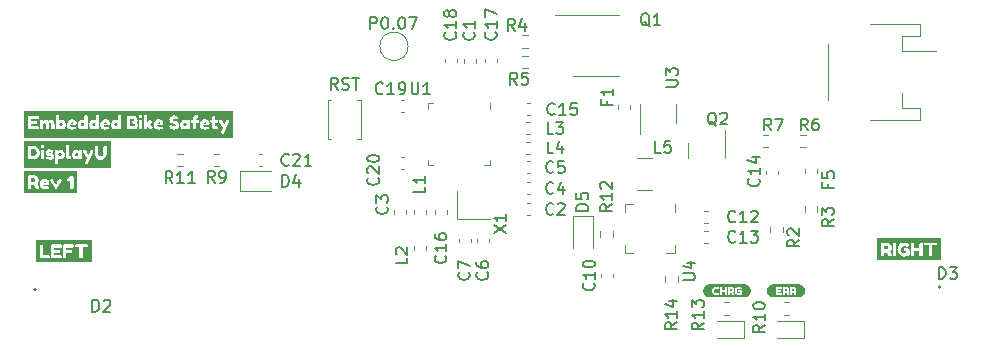
<source format=gbr>
%TF.GenerationSoftware,KiCad,Pcbnew,7.0.2*%
%TF.CreationDate,2023-06-13T00:37:22+02:00*%
%TF.ProjectId,DisplayU_Sisterboard,44697370-6c61-4795-955f-536973746572,rev?*%
%TF.SameCoordinates,Original*%
%TF.FileFunction,Legend,Top*%
%TF.FilePolarity,Positive*%
%FSLAX46Y46*%
G04 Gerber Fmt 4.6, Leading zero omitted, Abs format (unit mm)*
G04 Created by KiCad (PCBNEW 7.0.2) date 2023-06-13 00:37:22*
%MOMM*%
%LPD*%
G01*
G04 APERTURE LIST*
%ADD10C,0.150000*%
%ADD11C,0.120000*%
%ADD12C,0.200000*%
G04 APERTURE END LIST*
D10*
X-50111904Y-211927619D02*
X-50111904Y-210927619D01*
X-50111904Y-210927619D02*
X-49730952Y-210927619D01*
X-49730952Y-210927619D02*
X-49635714Y-210975238D01*
X-49635714Y-210975238D02*
X-49588095Y-211022857D01*
X-49588095Y-211022857D02*
X-49540476Y-211118095D01*
X-49540476Y-211118095D02*
X-49540476Y-211260952D01*
X-49540476Y-211260952D02*
X-49588095Y-211356190D01*
X-49588095Y-211356190D02*
X-49635714Y-211403809D01*
X-49635714Y-211403809D02*
X-49730952Y-211451428D01*
X-49730952Y-211451428D02*
X-50111904Y-211451428D01*
X-48921428Y-210927619D02*
X-48826190Y-210927619D01*
X-48826190Y-210927619D02*
X-48730952Y-210975238D01*
X-48730952Y-210975238D02*
X-48683333Y-211022857D01*
X-48683333Y-211022857D02*
X-48635714Y-211118095D01*
X-48635714Y-211118095D02*
X-48588095Y-211308571D01*
X-48588095Y-211308571D02*
X-48588095Y-211546666D01*
X-48588095Y-211546666D02*
X-48635714Y-211737142D01*
X-48635714Y-211737142D02*
X-48683333Y-211832380D01*
X-48683333Y-211832380D02*
X-48730952Y-211880000D01*
X-48730952Y-211880000D02*
X-48826190Y-211927619D01*
X-48826190Y-211927619D02*
X-48921428Y-211927619D01*
X-48921428Y-211927619D02*
X-49016666Y-211880000D01*
X-49016666Y-211880000D02*
X-49064285Y-211832380D01*
X-49064285Y-211832380D02*
X-49111904Y-211737142D01*
X-49111904Y-211737142D02*
X-49159523Y-211546666D01*
X-49159523Y-211546666D02*
X-49159523Y-211308571D01*
X-49159523Y-211308571D02*
X-49111904Y-211118095D01*
X-49111904Y-211118095D02*
X-49064285Y-211022857D01*
X-49064285Y-211022857D02*
X-49016666Y-210975238D01*
X-49016666Y-210975238D02*
X-48921428Y-210927619D01*
X-48159523Y-211832380D02*
X-48111904Y-211880000D01*
X-48111904Y-211880000D02*
X-48159523Y-211927619D01*
X-48159523Y-211927619D02*
X-48207142Y-211880000D01*
X-48207142Y-211880000D02*
X-48159523Y-211832380D01*
X-48159523Y-211832380D02*
X-48159523Y-211927619D01*
X-47492857Y-210927619D02*
X-47397619Y-210927619D01*
X-47397619Y-210927619D02*
X-47302381Y-210975238D01*
X-47302381Y-210975238D02*
X-47254762Y-211022857D01*
X-47254762Y-211022857D02*
X-47207143Y-211118095D01*
X-47207143Y-211118095D02*
X-47159524Y-211308571D01*
X-47159524Y-211308571D02*
X-47159524Y-211546666D01*
X-47159524Y-211546666D02*
X-47207143Y-211737142D01*
X-47207143Y-211737142D02*
X-47254762Y-211832380D01*
X-47254762Y-211832380D02*
X-47302381Y-211880000D01*
X-47302381Y-211880000D02*
X-47397619Y-211927619D01*
X-47397619Y-211927619D02*
X-47492857Y-211927619D01*
X-47492857Y-211927619D02*
X-47588095Y-211880000D01*
X-47588095Y-211880000D02*
X-47635714Y-211832380D01*
X-47635714Y-211832380D02*
X-47683333Y-211737142D01*
X-47683333Y-211737142D02*
X-47730952Y-211546666D01*
X-47730952Y-211546666D02*
X-47730952Y-211308571D01*
X-47730952Y-211308571D02*
X-47683333Y-211118095D01*
X-47683333Y-211118095D02*
X-47635714Y-211022857D01*
X-47635714Y-211022857D02*
X-47588095Y-210975238D01*
X-47588095Y-210975238D02*
X-47492857Y-210927619D01*
X-46826190Y-210927619D02*
X-46159524Y-210927619D01*
X-46159524Y-210927619D02*
X-46588095Y-211927619D01*
%TO.C,C17*%
X-39503619Y-212204357D02*
X-39456000Y-212251976D01*
X-39456000Y-212251976D02*
X-39408380Y-212394833D01*
X-39408380Y-212394833D02*
X-39408380Y-212490071D01*
X-39408380Y-212490071D02*
X-39456000Y-212632928D01*
X-39456000Y-212632928D02*
X-39551238Y-212728166D01*
X-39551238Y-212728166D02*
X-39646476Y-212775785D01*
X-39646476Y-212775785D02*
X-39836952Y-212823404D01*
X-39836952Y-212823404D02*
X-39979809Y-212823404D01*
X-39979809Y-212823404D02*
X-40170285Y-212775785D01*
X-40170285Y-212775785D02*
X-40265523Y-212728166D01*
X-40265523Y-212728166D02*
X-40360761Y-212632928D01*
X-40360761Y-212632928D02*
X-40408380Y-212490071D01*
X-40408380Y-212490071D02*
X-40408380Y-212394833D01*
X-40408380Y-212394833D02*
X-40360761Y-212251976D01*
X-40360761Y-212251976D02*
X-40313142Y-212204357D01*
X-39408380Y-211251976D02*
X-39408380Y-211823404D01*
X-39408380Y-211537690D02*
X-40408380Y-211537690D01*
X-40408380Y-211537690D02*
X-40265523Y-211632928D01*
X-40265523Y-211632928D02*
X-40170285Y-211728166D01*
X-40170285Y-211728166D02*
X-40122666Y-211823404D01*
X-40408380Y-210918642D02*
X-40408380Y-210251976D01*
X-40408380Y-210251976D02*
X-39408380Y-210680547D01*
%TO.C,L4*%
X-34611366Y-222468019D02*
X-35087556Y-222468019D01*
X-35087556Y-222468019D02*
X-35087556Y-221468019D01*
X-33849461Y-221801352D02*
X-33849461Y-222468019D01*
X-34087556Y-221420400D02*
X-34325651Y-222134685D01*
X-34325651Y-222134685D02*
X-33706604Y-222134685D01*
%TO.C,D4*%
X-57578094Y-225282619D02*
X-57578094Y-224282619D01*
X-57578094Y-224282619D02*
X-57339999Y-224282619D01*
X-57339999Y-224282619D02*
X-57197142Y-224330238D01*
X-57197142Y-224330238D02*
X-57101904Y-224425476D01*
X-57101904Y-224425476D02*
X-57054285Y-224520714D01*
X-57054285Y-224520714D02*
X-57006666Y-224711190D01*
X-57006666Y-224711190D02*
X-57006666Y-224854047D01*
X-57006666Y-224854047D02*
X-57054285Y-225044523D01*
X-57054285Y-225044523D02*
X-57101904Y-225139761D01*
X-57101904Y-225139761D02*
X-57197142Y-225235000D01*
X-57197142Y-225235000D02*
X-57339999Y-225282619D01*
X-57339999Y-225282619D02*
X-57578094Y-225282619D01*
X-56149523Y-224615952D02*
X-56149523Y-225282619D01*
X-56387618Y-224235000D02*
X-56625713Y-224949285D01*
X-56625713Y-224949285D02*
X-56006666Y-224949285D01*
%TO.C,C6*%
X-40214819Y-232538066D02*
X-40167200Y-232585685D01*
X-40167200Y-232585685D02*
X-40119580Y-232728542D01*
X-40119580Y-232728542D02*
X-40119580Y-232823780D01*
X-40119580Y-232823780D02*
X-40167200Y-232966637D01*
X-40167200Y-232966637D02*
X-40262438Y-233061875D01*
X-40262438Y-233061875D02*
X-40357676Y-233109494D01*
X-40357676Y-233109494D02*
X-40548152Y-233157113D01*
X-40548152Y-233157113D02*
X-40691009Y-233157113D01*
X-40691009Y-233157113D02*
X-40881485Y-233109494D01*
X-40881485Y-233109494D02*
X-40976723Y-233061875D01*
X-40976723Y-233061875D02*
X-41071961Y-232966637D01*
X-41071961Y-232966637D02*
X-41119580Y-232823780D01*
X-41119580Y-232823780D02*
X-41119580Y-232728542D01*
X-41119580Y-232728542D02*
X-41071961Y-232585685D01*
X-41071961Y-232585685D02*
X-41024342Y-232538066D01*
X-41119580Y-231680923D02*
X-41119580Y-231871399D01*
X-41119580Y-231871399D02*
X-41071961Y-231966637D01*
X-41071961Y-231966637D02*
X-41024342Y-232014256D01*
X-41024342Y-232014256D02*
X-40881485Y-232109494D01*
X-40881485Y-232109494D02*
X-40691009Y-232157113D01*
X-40691009Y-232157113D02*
X-40310057Y-232157113D01*
X-40310057Y-232157113D02*
X-40214819Y-232109494D01*
X-40214819Y-232109494D02*
X-40167200Y-232061875D01*
X-40167200Y-232061875D02*
X-40119580Y-231966637D01*
X-40119580Y-231966637D02*
X-40119580Y-231776161D01*
X-40119580Y-231776161D02*
X-40167200Y-231680923D01*
X-40167200Y-231680923D02*
X-40214819Y-231633304D01*
X-40214819Y-231633304D02*
X-40310057Y-231585685D01*
X-40310057Y-231585685D02*
X-40548152Y-231585685D01*
X-40548152Y-231585685D02*
X-40643390Y-231633304D01*
X-40643390Y-231633304D02*
X-40691009Y-231680923D01*
X-40691009Y-231680923D02*
X-40738628Y-231776161D01*
X-40738628Y-231776161D02*
X-40738628Y-231966637D01*
X-40738628Y-231966637D02*
X-40691009Y-232061875D01*
X-40691009Y-232061875D02*
X-40643390Y-232109494D01*
X-40643390Y-232109494D02*
X-40548152Y-232157113D01*
%TO.C,R12*%
X-29632980Y-226778057D02*
X-30109171Y-227111390D01*
X-29632980Y-227349485D02*
X-30632980Y-227349485D01*
X-30632980Y-227349485D02*
X-30632980Y-226968533D01*
X-30632980Y-226968533D02*
X-30585361Y-226873295D01*
X-30585361Y-226873295D02*
X-30537742Y-226825676D01*
X-30537742Y-226825676D02*
X-30442504Y-226778057D01*
X-30442504Y-226778057D02*
X-30299647Y-226778057D01*
X-30299647Y-226778057D02*
X-30204409Y-226825676D01*
X-30204409Y-226825676D02*
X-30156790Y-226873295D01*
X-30156790Y-226873295D02*
X-30109171Y-226968533D01*
X-30109171Y-226968533D02*
X-30109171Y-227349485D01*
X-29632980Y-225825676D02*
X-29632980Y-226397104D01*
X-29632980Y-226111390D02*
X-30632980Y-226111390D01*
X-30632980Y-226111390D02*
X-30490123Y-226206628D01*
X-30490123Y-226206628D02*
X-30394885Y-226301866D01*
X-30394885Y-226301866D02*
X-30347266Y-226397104D01*
X-30537742Y-225444723D02*
X-30585361Y-225397104D01*
X-30585361Y-225397104D02*
X-30632980Y-225301866D01*
X-30632980Y-225301866D02*
X-30632980Y-225063771D01*
X-30632980Y-225063771D02*
X-30585361Y-224968533D01*
X-30585361Y-224968533D02*
X-30537742Y-224920914D01*
X-30537742Y-224920914D02*
X-30442504Y-224873295D01*
X-30442504Y-224873295D02*
X-30347266Y-224873295D01*
X-30347266Y-224873295D02*
X-30204409Y-224920914D01*
X-30204409Y-224920914D02*
X-29632980Y-225492342D01*
X-29632980Y-225492342D02*
X-29632980Y-224873295D01*
%TO.C,U1*%
X-46611904Y-216462619D02*
X-46611904Y-217272142D01*
X-46611904Y-217272142D02*
X-46564285Y-217367380D01*
X-46564285Y-217367380D02*
X-46516666Y-217415000D01*
X-46516666Y-217415000D02*
X-46421428Y-217462619D01*
X-46421428Y-217462619D02*
X-46230952Y-217462619D01*
X-46230952Y-217462619D02*
X-46135714Y-217415000D01*
X-46135714Y-217415000D02*
X-46088095Y-217367380D01*
X-46088095Y-217367380D02*
X-46040476Y-217272142D01*
X-46040476Y-217272142D02*
X-46040476Y-216462619D01*
X-45040476Y-217462619D02*
X-45611904Y-217462619D01*
X-45326190Y-217462619D02*
X-45326190Y-216462619D01*
X-45326190Y-216462619D02*
X-45421428Y-216605476D01*
X-45421428Y-216605476D02*
X-45516666Y-216700714D01*
X-45516666Y-216700714D02*
X-45611904Y-216748333D01*
%TO.C,R7*%
X-16166666Y-220512619D02*
X-16499999Y-220036428D01*
X-16738094Y-220512619D02*
X-16738094Y-219512619D01*
X-16738094Y-219512619D02*
X-16357142Y-219512619D01*
X-16357142Y-219512619D02*
X-16261904Y-219560238D01*
X-16261904Y-219560238D02*
X-16214285Y-219607857D01*
X-16214285Y-219607857D02*
X-16166666Y-219703095D01*
X-16166666Y-219703095D02*
X-16166666Y-219845952D01*
X-16166666Y-219845952D02*
X-16214285Y-219941190D01*
X-16214285Y-219941190D02*
X-16261904Y-219988809D01*
X-16261904Y-219988809D02*
X-16357142Y-220036428D01*
X-16357142Y-220036428D02*
X-16738094Y-220036428D01*
X-15833332Y-219512619D02*
X-15166666Y-219512619D01*
X-15166666Y-219512619D02*
X-15595237Y-220512619D01*
%TO.C,C16*%
X-43754119Y-231118857D02*
X-43706500Y-231166476D01*
X-43706500Y-231166476D02*
X-43658880Y-231309333D01*
X-43658880Y-231309333D02*
X-43658880Y-231404571D01*
X-43658880Y-231404571D02*
X-43706500Y-231547428D01*
X-43706500Y-231547428D02*
X-43801738Y-231642666D01*
X-43801738Y-231642666D02*
X-43896976Y-231690285D01*
X-43896976Y-231690285D02*
X-44087452Y-231737904D01*
X-44087452Y-231737904D02*
X-44230309Y-231737904D01*
X-44230309Y-231737904D02*
X-44420785Y-231690285D01*
X-44420785Y-231690285D02*
X-44516023Y-231642666D01*
X-44516023Y-231642666D02*
X-44611261Y-231547428D01*
X-44611261Y-231547428D02*
X-44658880Y-231404571D01*
X-44658880Y-231404571D02*
X-44658880Y-231309333D01*
X-44658880Y-231309333D02*
X-44611261Y-231166476D01*
X-44611261Y-231166476D02*
X-44563642Y-231118857D01*
X-43658880Y-230166476D02*
X-43658880Y-230737904D01*
X-43658880Y-230452190D02*
X-44658880Y-230452190D01*
X-44658880Y-230452190D02*
X-44516023Y-230547428D01*
X-44516023Y-230547428D02*
X-44420785Y-230642666D01*
X-44420785Y-230642666D02*
X-44373166Y-230737904D01*
X-44658880Y-229309333D02*
X-44658880Y-229499809D01*
X-44658880Y-229499809D02*
X-44611261Y-229595047D01*
X-44611261Y-229595047D02*
X-44563642Y-229642666D01*
X-44563642Y-229642666D02*
X-44420785Y-229737904D01*
X-44420785Y-229737904D02*
X-44230309Y-229785523D01*
X-44230309Y-229785523D02*
X-43849357Y-229785523D01*
X-43849357Y-229785523D02*
X-43754119Y-229737904D01*
X-43754119Y-229737904D02*
X-43706500Y-229690285D01*
X-43706500Y-229690285D02*
X-43658880Y-229595047D01*
X-43658880Y-229595047D02*
X-43658880Y-229404571D01*
X-43658880Y-229404571D02*
X-43706500Y-229309333D01*
X-43706500Y-229309333D02*
X-43754119Y-229261714D01*
X-43754119Y-229261714D02*
X-43849357Y-229214095D01*
X-43849357Y-229214095D02*
X-44087452Y-229214095D01*
X-44087452Y-229214095D02*
X-44182690Y-229261714D01*
X-44182690Y-229261714D02*
X-44230309Y-229309333D01*
X-44230309Y-229309333D02*
X-44277928Y-229404571D01*
X-44277928Y-229404571D02*
X-44277928Y-229595047D01*
X-44277928Y-229595047D02*
X-44230309Y-229690285D01*
X-44230309Y-229690285D02*
X-44182690Y-229737904D01*
X-44182690Y-229737904D02*
X-44087452Y-229785523D01*
%TO.C,R13*%
X-21887380Y-236792857D02*
X-22363571Y-237126190D01*
X-21887380Y-237364285D02*
X-22887380Y-237364285D01*
X-22887380Y-237364285D02*
X-22887380Y-236983333D01*
X-22887380Y-236983333D02*
X-22839761Y-236888095D01*
X-22839761Y-236888095D02*
X-22792142Y-236840476D01*
X-22792142Y-236840476D02*
X-22696904Y-236792857D01*
X-22696904Y-236792857D02*
X-22554047Y-236792857D01*
X-22554047Y-236792857D02*
X-22458809Y-236840476D01*
X-22458809Y-236840476D02*
X-22411190Y-236888095D01*
X-22411190Y-236888095D02*
X-22363571Y-236983333D01*
X-22363571Y-236983333D02*
X-22363571Y-237364285D01*
X-21887380Y-235840476D02*
X-21887380Y-236411904D01*
X-21887380Y-236126190D02*
X-22887380Y-236126190D01*
X-22887380Y-236126190D02*
X-22744523Y-236221428D01*
X-22744523Y-236221428D02*
X-22649285Y-236316666D01*
X-22649285Y-236316666D02*
X-22601666Y-236411904D01*
X-22887380Y-235507142D02*
X-22887380Y-234888095D01*
X-22887380Y-234888095D02*
X-22506428Y-235221428D01*
X-22506428Y-235221428D02*
X-22506428Y-235078571D01*
X-22506428Y-235078571D02*
X-22458809Y-234983333D01*
X-22458809Y-234983333D02*
X-22411190Y-234935714D01*
X-22411190Y-234935714D02*
X-22315952Y-234888095D01*
X-22315952Y-234888095D02*
X-22077857Y-234888095D01*
X-22077857Y-234888095D02*
X-21982619Y-234935714D01*
X-21982619Y-234935714D02*
X-21935000Y-234983333D01*
X-21935000Y-234983333D02*
X-21887380Y-235078571D01*
X-21887380Y-235078571D02*
X-21887380Y-235364285D01*
X-21887380Y-235364285D02*
X-21935000Y-235459523D01*
X-21935000Y-235459523D02*
X-21982619Y-235507142D01*
%TO.C,D5*%
X-31664980Y-227315294D02*
X-32664980Y-227315294D01*
X-32664980Y-227315294D02*
X-32664980Y-227077199D01*
X-32664980Y-227077199D02*
X-32617361Y-226934342D01*
X-32617361Y-226934342D02*
X-32522123Y-226839104D01*
X-32522123Y-226839104D02*
X-32426885Y-226791485D01*
X-32426885Y-226791485D02*
X-32236409Y-226743866D01*
X-32236409Y-226743866D02*
X-32093552Y-226743866D01*
X-32093552Y-226743866D02*
X-31903076Y-226791485D01*
X-31903076Y-226791485D02*
X-31807838Y-226839104D01*
X-31807838Y-226839104D02*
X-31712600Y-226934342D01*
X-31712600Y-226934342D02*
X-31664980Y-227077199D01*
X-31664980Y-227077199D02*
X-31664980Y-227315294D01*
X-32664980Y-225839104D02*
X-32664980Y-226315294D01*
X-32664980Y-226315294D02*
X-32188790Y-226362913D01*
X-32188790Y-226362913D02*
X-32236409Y-226315294D01*
X-32236409Y-226315294D02*
X-32284028Y-226220056D01*
X-32284028Y-226220056D02*
X-32284028Y-225981961D01*
X-32284028Y-225981961D02*
X-32236409Y-225886723D01*
X-32236409Y-225886723D02*
X-32188790Y-225839104D01*
X-32188790Y-225839104D02*
X-32093552Y-225791485D01*
X-32093552Y-225791485D02*
X-31855457Y-225791485D01*
X-31855457Y-225791485D02*
X-31760219Y-225839104D01*
X-31760219Y-225839104D02*
X-31712600Y-225886723D01*
X-31712600Y-225886723D02*
X-31664980Y-225981961D01*
X-31664980Y-225981961D02*
X-31664980Y-226220056D01*
X-31664980Y-226220056D02*
X-31712600Y-226315294D01*
X-31712600Y-226315294D02*
X-31760219Y-226362913D01*
%TO.C,Q1*%
X-26445238Y-211707857D02*
X-26540476Y-211660238D01*
X-26540476Y-211660238D02*
X-26635714Y-211565000D01*
X-26635714Y-211565000D02*
X-26778571Y-211422142D01*
X-26778571Y-211422142D02*
X-26873809Y-211374523D01*
X-26873809Y-211374523D02*
X-26969047Y-211374523D01*
X-26921428Y-211612619D02*
X-27016666Y-211565000D01*
X-27016666Y-211565000D02*
X-27111904Y-211469761D01*
X-27111904Y-211469761D02*
X-27159523Y-211279285D01*
X-27159523Y-211279285D02*
X-27159523Y-210945952D01*
X-27159523Y-210945952D02*
X-27111904Y-210755476D01*
X-27111904Y-210755476D02*
X-27016666Y-210660238D01*
X-27016666Y-210660238D02*
X-26921428Y-210612619D01*
X-26921428Y-210612619D02*
X-26730952Y-210612619D01*
X-26730952Y-210612619D02*
X-26635714Y-210660238D01*
X-26635714Y-210660238D02*
X-26540476Y-210755476D01*
X-26540476Y-210755476D02*
X-26492857Y-210945952D01*
X-26492857Y-210945952D02*
X-26492857Y-211279285D01*
X-26492857Y-211279285D02*
X-26540476Y-211469761D01*
X-26540476Y-211469761D02*
X-26635714Y-211565000D01*
X-26635714Y-211565000D02*
X-26730952Y-211612619D01*
X-26730952Y-211612619D02*
X-26921428Y-211612619D01*
X-25540476Y-211612619D02*
X-26111904Y-211612619D01*
X-25826190Y-211612619D02*
X-25826190Y-210612619D01*
X-25826190Y-210612619D02*
X-25921428Y-210755476D01*
X-25921428Y-210755476D02*
X-26016666Y-210850714D01*
X-26016666Y-210850714D02*
X-26111904Y-210898333D01*
%TO.C,C13*%
X-19192857Y-229917380D02*
X-19240476Y-229965000D01*
X-19240476Y-229965000D02*
X-19383333Y-230012619D01*
X-19383333Y-230012619D02*
X-19478571Y-230012619D01*
X-19478571Y-230012619D02*
X-19621428Y-229965000D01*
X-19621428Y-229965000D02*
X-19716666Y-229869761D01*
X-19716666Y-229869761D02*
X-19764285Y-229774523D01*
X-19764285Y-229774523D02*
X-19811904Y-229584047D01*
X-19811904Y-229584047D02*
X-19811904Y-229441190D01*
X-19811904Y-229441190D02*
X-19764285Y-229250714D01*
X-19764285Y-229250714D02*
X-19716666Y-229155476D01*
X-19716666Y-229155476D02*
X-19621428Y-229060238D01*
X-19621428Y-229060238D02*
X-19478571Y-229012619D01*
X-19478571Y-229012619D02*
X-19383333Y-229012619D01*
X-19383333Y-229012619D02*
X-19240476Y-229060238D01*
X-19240476Y-229060238D02*
X-19192857Y-229107857D01*
X-18240476Y-230012619D02*
X-18811904Y-230012619D01*
X-18526190Y-230012619D02*
X-18526190Y-229012619D01*
X-18526190Y-229012619D02*
X-18621428Y-229155476D01*
X-18621428Y-229155476D02*
X-18716666Y-229250714D01*
X-18716666Y-229250714D02*
X-18811904Y-229298333D01*
X-17907142Y-229012619D02*
X-17288095Y-229012619D01*
X-17288095Y-229012619D02*
X-17621428Y-229393571D01*
X-17621428Y-229393571D02*
X-17478571Y-229393571D01*
X-17478571Y-229393571D02*
X-17383333Y-229441190D01*
X-17383333Y-229441190D02*
X-17335714Y-229488809D01*
X-17335714Y-229488809D02*
X-17288095Y-229584047D01*
X-17288095Y-229584047D02*
X-17288095Y-229822142D01*
X-17288095Y-229822142D02*
X-17335714Y-229917380D01*
X-17335714Y-229917380D02*
X-17383333Y-229965000D01*
X-17383333Y-229965000D02*
X-17478571Y-230012619D01*
X-17478571Y-230012619D02*
X-17764285Y-230012619D01*
X-17764285Y-230012619D02*
X-17859523Y-229965000D01*
X-17859523Y-229965000D02*
X-17907142Y-229917380D01*
%TO.C,C4*%
X-34611366Y-225801780D02*
X-34658985Y-225849400D01*
X-34658985Y-225849400D02*
X-34801842Y-225897019D01*
X-34801842Y-225897019D02*
X-34897080Y-225897019D01*
X-34897080Y-225897019D02*
X-35039937Y-225849400D01*
X-35039937Y-225849400D02*
X-35135175Y-225754161D01*
X-35135175Y-225754161D02*
X-35182794Y-225658923D01*
X-35182794Y-225658923D02*
X-35230413Y-225468447D01*
X-35230413Y-225468447D02*
X-35230413Y-225325590D01*
X-35230413Y-225325590D02*
X-35182794Y-225135114D01*
X-35182794Y-225135114D02*
X-35135175Y-225039876D01*
X-35135175Y-225039876D02*
X-35039937Y-224944638D01*
X-35039937Y-224944638D02*
X-34897080Y-224897019D01*
X-34897080Y-224897019D02*
X-34801842Y-224897019D01*
X-34801842Y-224897019D02*
X-34658985Y-224944638D01*
X-34658985Y-224944638D02*
X-34611366Y-224992257D01*
X-33754223Y-225230352D02*
X-33754223Y-225897019D01*
X-33992318Y-224849400D02*
X-34230413Y-225563685D01*
X-34230413Y-225563685D02*
X-33611366Y-225563685D01*
%TO.C,R5*%
X-37666666Y-216642619D02*
X-37999999Y-216166428D01*
X-38238094Y-216642619D02*
X-38238094Y-215642619D01*
X-38238094Y-215642619D02*
X-37857142Y-215642619D01*
X-37857142Y-215642619D02*
X-37761904Y-215690238D01*
X-37761904Y-215690238D02*
X-37714285Y-215737857D01*
X-37714285Y-215737857D02*
X-37666666Y-215833095D01*
X-37666666Y-215833095D02*
X-37666666Y-215975952D01*
X-37666666Y-215975952D02*
X-37714285Y-216071190D01*
X-37714285Y-216071190D02*
X-37761904Y-216118809D01*
X-37761904Y-216118809D02*
X-37857142Y-216166428D01*
X-37857142Y-216166428D02*
X-38238094Y-216166428D01*
X-36761904Y-215642619D02*
X-37238094Y-215642619D01*
X-37238094Y-215642619D02*
X-37285713Y-216118809D01*
X-37285713Y-216118809D02*
X-37238094Y-216071190D01*
X-37238094Y-216071190D02*
X-37142856Y-216023571D01*
X-37142856Y-216023571D02*
X-36904761Y-216023571D01*
X-36904761Y-216023571D02*
X-36809523Y-216071190D01*
X-36809523Y-216071190D02*
X-36761904Y-216118809D01*
X-36761904Y-216118809D02*
X-36714285Y-216214047D01*
X-36714285Y-216214047D02*
X-36714285Y-216452142D01*
X-36714285Y-216452142D02*
X-36761904Y-216547380D01*
X-36761904Y-216547380D02*
X-36809523Y-216595000D01*
X-36809523Y-216595000D02*
X-36904761Y-216642619D01*
X-36904761Y-216642619D02*
X-37142856Y-216642619D01*
X-37142856Y-216642619D02*
X-37238094Y-216595000D01*
X-37238094Y-216595000D02*
X-37285713Y-216547380D01*
%TO.C,C15*%
X-34492857Y-219117380D02*
X-34540476Y-219165000D01*
X-34540476Y-219165000D02*
X-34683333Y-219212619D01*
X-34683333Y-219212619D02*
X-34778571Y-219212619D01*
X-34778571Y-219212619D02*
X-34921428Y-219165000D01*
X-34921428Y-219165000D02*
X-35016666Y-219069761D01*
X-35016666Y-219069761D02*
X-35064285Y-218974523D01*
X-35064285Y-218974523D02*
X-35111904Y-218784047D01*
X-35111904Y-218784047D02*
X-35111904Y-218641190D01*
X-35111904Y-218641190D02*
X-35064285Y-218450714D01*
X-35064285Y-218450714D02*
X-35016666Y-218355476D01*
X-35016666Y-218355476D02*
X-34921428Y-218260238D01*
X-34921428Y-218260238D02*
X-34778571Y-218212619D01*
X-34778571Y-218212619D02*
X-34683333Y-218212619D01*
X-34683333Y-218212619D02*
X-34540476Y-218260238D01*
X-34540476Y-218260238D02*
X-34492857Y-218307857D01*
X-33540476Y-219212619D02*
X-34111904Y-219212619D01*
X-33826190Y-219212619D02*
X-33826190Y-218212619D01*
X-33826190Y-218212619D02*
X-33921428Y-218355476D01*
X-33921428Y-218355476D02*
X-34016666Y-218450714D01*
X-34016666Y-218450714D02*
X-34111904Y-218498333D01*
X-32635714Y-218212619D02*
X-33111904Y-218212619D01*
X-33111904Y-218212619D02*
X-33159523Y-218688809D01*
X-33159523Y-218688809D02*
X-33111904Y-218641190D01*
X-33111904Y-218641190D02*
X-33016666Y-218593571D01*
X-33016666Y-218593571D02*
X-32778571Y-218593571D01*
X-32778571Y-218593571D02*
X-32683333Y-218641190D01*
X-32683333Y-218641190D02*
X-32635714Y-218688809D01*
X-32635714Y-218688809D02*
X-32588095Y-218784047D01*
X-32588095Y-218784047D02*
X-32588095Y-219022142D01*
X-32588095Y-219022142D02*
X-32635714Y-219117380D01*
X-32635714Y-219117380D02*
X-32683333Y-219165000D01*
X-32683333Y-219165000D02*
X-32778571Y-219212619D01*
X-32778571Y-219212619D02*
X-33016666Y-219212619D01*
X-33016666Y-219212619D02*
X-33111904Y-219165000D01*
X-33111904Y-219165000D02*
X-33159523Y-219117380D01*
%TO.C,C10*%
X-31199619Y-233449857D02*
X-31152000Y-233497476D01*
X-31152000Y-233497476D02*
X-31104380Y-233640333D01*
X-31104380Y-233640333D02*
X-31104380Y-233735571D01*
X-31104380Y-233735571D02*
X-31152000Y-233878428D01*
X-31152000Y-233878428D02*
X-31247238Y-233973666D01*
X-31247238Y-233973666D02*
X-31342476Y-234021285D01*
X-31342476Y-234021285D02*
X-31532952Y-234068904D01*
X-31532952Y-234068904D02*
X-31675809Y-234068904D01*
X-31675809Y-234068904D02*
X-31866285Y-234021285D01*
X-31866285Y-234021285D02*
X-31961523Y-233973666D01*
X-31961523Y-233973666D02*
X-32056761Y-233878428D01*
X-32056761Y-233878428D02*
X-32104380Y-233735571D01*
X-32104380Y-233735571D02*
X-32104380Y-233640333D01*
X-32104380Y-233640333D02*
X-32056761Y-233497476D01*
X-32056761Y-233497476D02*
X-32009142Y-233449857D01*
X-31104380Y-232497476D02*
X-31104380Y-233068904D01*
X-31104380Y-232783190D02*
X-32104380Y-232783190D01*
X-32104380Y-232783190D02*
X-31961523Y-232878428D01*
X-31961523Y-232878428D02*
X-31866285Y-232973666D01*
X-31866285Y-232973666D02*
X-31818666Y-233068904D01*
X-32104380Y-231878428D02*
X-32104380Y-231783190D01*
X-32104380Y-231783190D02*
X-32056761Y-231687952D01*
X-32056761Y-231687952D02*
X-32009142Y-231640333D01*
X-32009142Y-231640333D02*
X-31913904Y-231592714D01*
X-31913904Y-231592714D02*
X-31723428Y-231545095D01*
X-31723428Y-231545095D02*
X-31485333Y-231545095D01*
X-31485333Y-231545095D02*
X-31294857Y-231592714D01*
X-31294857Y-231592714D02*
X-31199619Y-231640333D01*
X-31199619Y-231640333D02*
X-31152000Y-231687952D01*
X-31152000Y-231687952D02*
X-31104380Y-231783190D01*
X-31104380Y-231783190D02*
X-31104380Y-231878428D01*
X-31104380Y-231878428D02*
X-31152000Y-231973666D01*
X-31152000Y-231973666D02*
X-31199619Y-232021285D01*
X-31199619Y-232021285D02*
X-31294857Y-232068904D01*
X-31294857Y-232068904D02*
X-31485333Y-232116523D01*
X-31485333Y-232116523D02*
X-31723428Y-232116523D01*
X-31723428Y-232116523D02*
X-31913904Y-232068904D01*
X-31913904Y-232068904D02*
X-32009142Y-232021285D01*
X-32009142Y-232021285D02*
X-32056761Y-231973666D01*
X-32056761Y-231973666D02*
X-32104380Y-231878428D01*
%TO.C,R11*%
X-66852857Y-224996619D02*
X-67186190Y-224520428D01*
X-67424285Y-224996619D02*
X-67424285Y-223996619D01*
X-67424285Y-223996619D02*
X-67043333Y-223996619D01*
X-67043333Y-223996619D02*
X-66948095Y-224044238D01*
X-66948095Y-224044238D02*
X-66900476Y-224091857D01*
X-66900476Y-224091857D02*
X-66852857Y-224187095D01*
X-66852857Y-224187095D02*
X-66852857Y-224329952D01*
X-66852857Y-224329952D02*
X-66900476Y-224425190D01*
X-66900476Y-224425190D02*
X-66948095Y-224472809D01*
X-66948095Y-224472809D02*
X-67043333Y-224520428D01*
X-67043333Y-224520428D02*
X-67424285Y-224520428D01*
X-65900476Y-224996619D02*
X-66471904Y-224996619D01*
X-66186190Y-224996619D02*
X-66186190Y-223996619D01*
X-66186190Y-223996619D02*
X-66281428Y-224139476D01*
X-66281428Y-224139476D02*
X-66376666Y-224234714D01*
X-66376666Y-224234714D02*
X-66471904Y-224282333D01*
X-64948095Y-224996619D02*
X-65519523Y-224996619D01*
X-65233809Y-224996619D02*
X-65233809Y-223996619D01*
X-65233809Y-223996619D02*
X-65329047Y-224139476D01*
X-65329047Y-224139476D02*
X-65424285Y-224234714D01*
X-65424285Y-224234714D02*
X-65519523Y-224282333D01*
%TO.C,C14*%
X-17234819Y-224620057D02*
X-17187200Y-224667676D01*
X-17187200Y-224667676D02*
X-17139580Y-224810533D01*
X-17139580Y-224810533D02*
X-17139580Y-224905771D01*
X-17139580Y-224905771D02*
X-17187200Y-225048628D01*
X-17187200Y-225048628D02*
X-17282438Y-225143866D01*
X-17282438Y-225143866D02*
X-17377676Y-225191485D01*
X-17377676Y-225191485D02*
X-17568152Y-225239104D01*
X-17568152Y-225239104D02*
X-17711009Y-225239104D01*
X-17711009Y-225239104D02*
X-17901485Y-225191485D01*
X-17901485Y-225191485D02*
X-17996723Y-225143866D01*
X-17996723Y-225143866D02*
X-18091961Y-225048628D01*
X-18091961Y-225048628D02*
X-18139580Y-224905771D01*
X-18139580Y-224905771D02*
X-18139580Y-224810533D01*
X-18139580Y-224810533D02*
X-18091961Y-224667676D01*
X-18091961Y-224667676D02*
X-18044342Y-224620057D01*
X-17139580Y-223667676D02*
X-17139580Y-224239104D01*
X-17139580Y-223953390D02*
X-18139580Y-223953390D01*
X-18139580Y-223953390D02*
X-17996723Y-224048628D01*
X-17996723Y-224048628D02*
X-17901485Y-224143866D01*
X-17901485Y-224143866D02*
X-17853866Y-224239104D01*
X-17806247Y-222810533D02*
X-17139580Y-222810533D01*
X-18187200Y-223048628D02*
X-17472914Y-223286723D01*
X-17472914Y-223286723D02*
X-17472914Y-222667676D01*
%TO.C,X1*%
X-39637380Y-229209523D02*
X-38637380Y-228542857D01*
X-39637380Y-228542857D02*
X-38637380Y-229209523D01*
X-38637380Y-227638095D02*
X-38637380Y-228209523D01*
X-38637380Y-227923809D02*
X-39637380Y-227923809D01*
X-39637380Y-227923809D02*
X-39494523Y-228019047D01*
X-39494523Y-228019047D02*
X-39399285Y-228114285D01*
X-39399285Y-228114285D02*
X-39351666Y-228209523D01*
%TO.C,D3*%
X-1966094Y-233104609D02*
X-1966094Y-232104609D01*
X-1966094Y-232104609D02*
X-1727999Y-232104609D01*
X-1727999Y-232104609D02*
X-1585142Y-232152228D01*
X-1585142Y-232152228D02*
X-1489904Y-232247466D01*
X-1489904Y-232247466D02*
X-1442285Y-232342704D01*
X-1442285Y-232342704D02*
X-1394666Y-232533180D01*
X-1394666Y-232533180D02*
X-1394666Y-232676037D01*
X-1394666Y-232676037D02*
X-1442285Y-232866513D01*
X-1442285Y-232866513D02*
X-1489904Y-232961751D01*
X-1489904Y-232961751D02*
X-1585142Y-233056990D01*
X-1585142Y-233056990D02*
X-1727999Y-233104609D01*
X-1727999Y-233104609D02*
X-1966094Y-233104609D01*
X-1061332Y-232104609D02*
X-442285Y-232104609D01*
X-442285Y-232104609D02*
X-775618Y-232485561D01*
X-775618Y-232485561D02*
X-632761Y-232485561D01*
X-632761Y-232485561D02*
X-537523Y-232533180D01*
X-537523Y-232533180D02*
X-489904Y-232580799D01*
X-489904Y-232580799D02*
X-442285Y-232676037D01*
X-442285Y-232676037D02*
X-442285Y-232914132D01*
X-442285Y-232914132D02*
X-489904Y-233009370D01*
X-489904Y-233009370D02*
X-537523Y-233056990D01*
X-537523Y-233056990D02*
X-632761Y-233104609D01*
X-632761Y-233104609D02*
X-918475Y-233104609D01*
X-918475Y-233104609D02*
X-1013713Y-233056990D01*
X-1013713Y-233056990D02*
X-1061332Y-233009370D01*
%TO.C,C1*%
X-41332619Y-212216666D02*
X-41285000Y-212264285D01*
X-41285000Y-212264285D02*
X-41237380Y-212407142D01*
X-41237380Y-212407142D02*
X-41237380Y-212502380D01*
X-41237380Y-212502380D02*
X-41285000Y-212645237D01*
X-41285000Y-212645237D02*
X-41380238Y-212740475D01*
X-41380238Y-212740475D02*
X-41475476Y-212788094D01*
X-41475476Y-212788094D02*
X-41665952Y-212835713D01*
X-41665952Y-212835713D02*
X-41808809Y-212835713D01*
X-41808809Y-212835713D02*
X-41999285Y-212788094D01*
X-41999285Y-212788094D02*
X-42094523Y-212740475D01*
X-42094523Y-212740475D02*
X-42189761Y-212645237D01*
X-42189761Y-212645237D02*
X-42237380Y-212502380D01*
X-42237380Y-212502380D02*
X-42237380Y-212407142D01*
X-42237380Y-212407142D02*
X-42189761Y-212264285D01*
X-42189761Y-212264285D02*
X-42142142Y-212216666D01*
X-41237380Y-211264285D02*
X-41237380Y-211835713D01*
X-41237380Y-211549999D02*
X-42237380Y-211549999D01*
X-42237380Y-211549999D02*
X-42094523Y-211645237D01*
X-42094523Y-211645237D02*
X-41999285Y-211740475D01*
X-41999285Y-211740475D02*
X-41951666Y-211835713D01*
%TO.C,R3*%
X-10883580Y-228016666D02*
X-11359771Y-228349999D01*
X-10883580Y-228588094D02*
X-11883580Y-228588094D01*
X-11883580Y-228588094D02*
X-11883580Y-228207142D01*
X-11883580Y-228207142D02*
X-11835961Y-228111904D01*
X-11835961Y-228111904D02*
X-11788342Y-228064285D01*
X-11788342Y-228064285D02*
X-11693104Y-228016666D01*
X-11693104Y-228016666D02*
X-11550247Y-228016666D01*
X-11550247Y-228016666D02*
X-11455009Y-228064285D01*
X-11455009Y-228064285D02*
X-11407390Y-228111904D01*
X-11407390Y-228111904D02*
X-11359771Y-228207142D01*
X-11359771Y-228207142D02*
X-11359771Y-228588094D01*
X-11883580Y-227683332D02*
X-11883580Y-227064285D01*
X-11883580Y-227064285D02*
X-11502628Y-227397618D01*
X-11502628Y-227397618D02*
X-11502628Y-227254761D01*
X-11502628Y-227254761D02*
X-11455009Y-227159523D01*
X-11455009Y-227159523D02*
X-11407390Y-227111904D01*
X-11407390Y-227111904D02*
X-11312152Y-227064285D01*
X-11312152Y-227064285D02*
X-11074057Y-227064285D01*
X-11074057Y-227064285D02*
X-10978819Y-227111904D01*
X-10978819Y-227111904D02*
X-10931200Y-227159523D01*
X-10931200Y-227159523D02*
X-10883580Y-227254761D01*
X-10883580Y-227254761D02*
X-10883580Y-227540475D01*
X-10883580Y-227540475D02*
X-10931200Y-227635713D01*
X-10931200Y-227635713D02*
X-10978819Y-227683332D01*
%TO.C,U4*%
X-23617980Y-233205604D02*
X-22808457Y-233205604D01*
X-22808457Y-233205604D02*
X-22713219Y-233157985D01*
X-22713219Y-233157985D02*
X-22665600Y-233110366D01*
X-22665600Y-233110366D02*
X-22617980Y-233015128D01*
X-22617980Y-233015128D02*
X-22617980Y-232824652D01*
X-22617980Y-232824652D02*
X-22665600Y-232729414D01*
X-22665600Y-232729414D02*
X-22713219Y-232681795D01*
X-22713219Y-232681795D02*
X-22808457Y-232634176D01*
X-22808457Y-232634176D02*
X-23617980Y-232634176D01*
X-23284647Y-231729414D02*
X-22617980Y-231729414D01*
X-23665600Y-231967509D02*
X-22951314Y-232205604D01*
X-22951314Y-232205604D02*
X-22951314Y-231586557D01*
%TO.C,C19*%
X-49042857Y-217367380D02*
X-49090476Y-217415000D01*
X-49090476Y-217415000D02*
X-49233333Y-217462619D01*
X-49233333Y-217462619D02*
X-49328571Y-217462619D01*
X-49328571Y-217462619D02*
X-49471428Y-217415000D01*
X-49471428Y-217415000D02*
X-49566666Y-217319761D01*
X-49566666Y-217319761D02*
X-49614285Y-217224523D01*
X-49614285Y-217224523D02*
X-49661904Y-217034047D01*
X-49661904Y-217034047D02*
X-49661904Y-216891190D01*
X-49661904Y-216891190D02*
X-49614285Y-216700714D01*
X-49614285Y-216700714D02*
X-49566666Y-216605476D01*
X-49566666Y-216605476D02*
X-49471428Y-216510238D01*
X-49471428Y-216510238D02*
X-49328571Y-216462619D01*
X-49328571Y-216462619D02*
X-49233333Y-216462619D01*
X-49233333Y-216462619D02*
X-49090476Y-216510238D01*
X-49090476Y-216510238D02*
X-49042857Y-216557857D01*
X-48090476Y-217462619D02*
X-48661904Y-217462619D01*
X-48376190Y-217462619D02*
X-48376190Y-216462619D01*
X-48376190Y-216462619D02*
X-48471428Y-216605476D01*
X-48471428Y-216605476D02*
X-48566666Y-216700714D01*
X-48566666Y-216700714D02*
X-48661904Y-216748333D01*
X-47614285Y-217462619D02*
X-47423809Y-217462619D01*
X-47423809Y-217462619D02*
X-47328571Y-217415000D01*
X-47328571Y-217415000D02*
X-47280952Y-217367380D01*
X-47280952Y-217367380D02*
X-47185714Y-217224523D01*
X-47185714Y-217224523D02*
X-47138095Y-217034047D01*
X-47138095Y-217034047D02*
X-47138095Y-216653095D01*
X-47138095Y-216653095D02*
X-47185714Y-216557857D01*
X-47185714Y-216557857D02*
X-47233333Y-216510238D01*
X-47233333Y-216510238D02*
X-47328571Y-216462619D01*
X-47328571Y-216462619D02*
X-47519047Y-216462619D01*
X-47519047Y-216462619D02*
X-47614285Y-216510238D01*
X-47614285Y-216510238D02*
X-47661904Y-216557857D01*
X-47661904Y-216557857D02*
X-47709523Y-216653095D01*
X-47709523Y-216653095D02*
X-47709523Y-216891190D01*
X-47709523Y-216891190D02*
X-47661904Y-216986428D01*
X-47661904Y-216986428D02*
X-47614285Y-217034047D01*
X-47614285Y-217034047D02*
X-47519047Y-217081666D01*
X-47519047Y-217081666D02*
X-47328571Y-217081666D01*
X-47328571Y-217081666D02*
X-47233333Y-217034047D01*
X-47233333Y-217034047D02*
X-47185714Y-216986428D01*
X-47185714Y-216986428D02*
X-47138095Y-216891190D01*
%TO.C,F5*%
X-11361190Y-225033333D02*
X-11361190Y-225366666D01*
X-10837380Y-225366666D02*
X-11837380Y-225366666D01*
X-11837380Y-225366666D02*
X-11837380Y-224890476D01*
X-11837380Y-224033333D02*
X-11837380Y-224509523D01*
X-11837380Y-224509523D02*
X-11361190Y-224557142D01*
X-11361190Y-224557142D02*
X-11408809Y-224509523D01*
X-11408809Y-224509523D02*
X-11456428Y-224414285D01*
X-11456428Y-224414285D02*
X-11456428Y-224176190D01*
X-11456428Y-224176190D02*
X-11408809Y-224080952D01*
X-11408809Y-224080952D02*
X-11361190Y-224033333D01*
X-11361190Y-224033333D02*
X-11265952Y-223985714D01*
X-11265952Y-223985714D02*
X-11027857Y-223985714D01*
X-11027857Y-223985714D02*
X-10932619Y-224033333D01*
X-10932619Y-224033333D02*
X-10885000Y-224080952D01*
X-10885000Y-224080952D02*
X-10837380Y-224176190D01*
X-10837380Y-224176190D02*
X-10837380Y-224414285D01*
X-10837380Y-224414285D02*
X-10885000Y-224509523D01*
X-10885000Y-224509523D02*
X-10932619Y-224557142D01*
%TO.C,R9*%
X-63285666Y-224934619D02*
X-63618999Y-224458428D01*
X-63857094Y-224934619D02*
X-63857094Y-223934619D01*
X-63857094Y-223934619D02*
X-63476142Y-223934619D01*
X-63476142Y-223934619D02*
X-63380904Y-223982238D01*
X-63380904Y-223982238D02*
X-63333285Y-224029857D01*
X-63333285Y-224029857D02*
X-63285666Y-224125095D01*
X-63285666Y-224125095D02*
X-63285666Y-224267952D01*
X-63285666Y-224267952D02*
X-63333285Y-224363190D01*
X-63333285Y-224363190D02*
X-63380904Y-224410809D01*
X-63380904Y-224410809D02*
X-63476142Y-224458428D01*
X-63476142Y-224458428D02*
X-63857094Y-224458428D01*
X-62809475Y-224934619D02*
X-62618999Y-224934619D01*
X-62618999Y-224934619D02*
X-62523761Y-224887000D01*
X-62523761Y-224887000D02*
X-62476142Y-224839380D01*
X-62476142Y-224839380D02*
X-62380904Y-224696523D01*
X-62380904Y-224696523D02*
X-62333285Y-224506047D01*
X-62333285Y-224506047D02*
X-62333285Y-224125095D01*
X-62333285Y-224125095D02*
X-62380904Y-224029857D01*
X-62380904Y-224029857D02*
X-62428523Y-223982238D01*
X-62428523Y-223982238D02*
X-62523761Y-223934619D01*
X-62523761Y-223934619D02*
X-62714237Y-223934619D01*
X-62714237Y-223934619D02*
X-62809475Y-223982238D01*
X-62809475Y-223982238D02*
X-62857094Y-224029857D01*
X-62857094Y-224029857D02*
X-62904713Y-224125095D01*
X-62904713Y-224125095D02*
X-62904713Y-224363190D01*
X-62904713Y-224363190D02*
X-62857094Y-224458428D01*
X-62857094Y-224458428D02*
X-62809475Y-224506047D01*
X-62809475Y-224506047D02*
X-62714237Y-224553666D01*
X-62714237Y-224553666D02*
X-62523761Y-224553666D01*
X-62523761Y-224553666D02*
X-62428523Y-224506047D01*
X-62428523Y-224506047D02*
X-62380904Y-224458428D01*
X-62380904Y-224458428D02*
X-62333285Y-224363190D01*
%TO.C,R10*%
X-16687380Y-236992857D02*
X-17163571Y-237326190D01*
X-16687380Y-237564285D02*
X-17687380Y-237564285D01*
X-17687380Y-237564285D02*
X-17687380Y-237183333D01*
X-17687380Y-237183333D02*
X-17639761Y-237088095D01*
X-17639761Y-237088095D02*
X-17592142Y-237040476D01*
X-17592142Y-237040476D02*
X-17496904Y-236992857D01*
X-17496904Y-236992857D02*
X-17354047Y-236992857D01*
X-17354047Y-236992857D02*
X-17258809Y-237040476D01*
X-17258809Y-237040476D02*
X-17211190Y-237088095D01*
X-17211190Y-237088095D02*
X-17163571Y-237183333D01*
X-17163571Y-237183333D02*
X-17163571Y-237564285D01*
X-16687380Y-236040476D02*
X-16687380Y-236611904D01*
X-16687380Y-236326190D02*
X-17687380Y-236326190D01*
X-17687380Y-236326190D02*
X-17544523Y-236421428D01*
X-17544523Y-236421428D02*
X-17449285Y-236516666D01*
X-17449285Y-236516666D02*
X-17401666Y-236611904D01*
X-17687380Y-235421428D02*
X-17687380Y-235326190D01*
X-17687380Y-235326190D02*
X-17639761Y-235230952D01*
X-17639761Y-235230952D02*
X-17592142Y-235183333D01*
X-17592142Y-235183333D02*
X-17496904Y-235135714D01*
X-17496904Y-235135714D02*
X-17306428Y-235088095D01*
X-17306428Y-235088095D02*
X-17068333Y-235088095D01*
X-17068333Y-235088095D02*
X-16877857Y-235135714D01*
X-16877857Y-235135714D02*
X-16782619Y-235183333D01*
X-16782619Y-235183333D02*
X-16735000Y-235230952D01*
X-16735000Y-235230952D02*
X-16687380Y-235326190D01*
X-16687380Y-235326190D02*
X-16687380Y-235421428D01*
X-16687380Y-235421428D02*
X-16735000Y-235516666D01*
X-16735000Y-235516666D02*
X-16782619Y-235564285D01*
X-16782619Y-235564285D02*
X-16877857Y-235611904D01*
X-16877857Y-235611904D02*
X-17068333Y-235659523D01*
X-17068333Y-235659523D02*
X-17306428Y-235659523D01*
X-17306428Y-235659523D02*
X-17496904Y-235611904D01*
X-17496904Y-235611904D02*
X-17592142Y-235564285D01*
X-17592142Y-235564285D02*
X-17639761Y-235516666D01*
X-17639761Y-235516666D02*
X-17687380Y-235421428D01*
%TO.C,L2*%
X-46960880Y-231290666D02*
X-46960880Y-231766856D01*
X-46960880Y-231766856D02*
X-47960880Y-231766856D01*
X-47865642Y-231004951D02*
X-47913261Y-230957332D01*
X-47913261Y-230957332D02*
X-47960880Y-230862094D01*
X-47960880Y-230862094D02*
X-47960880Y-230623999D01*
X-47960880Y-230623999D02*
X-47913261Y-230528761D01*
X-47913261Y-230528761D02*
X-47865642Y-230481142D01*
X-47865642Y-230481142D02*
X-47770404Y-230433523D01*
X-47770404Y-230433523D02*
X-47675166Y-230433523D01*
X-47675166Y-230433523D02*
X-47532309Y-230481142D01*
X-47532309Y-230481142D02*
X-46960880Y-231052570D01*
X-46960880Y-231052570D02*
X-46960880Y-230433523D01*
%TO.C,L3*%
X-34611366Y-220817019D02*
X-35087556Y-220817019D01*
X-35087556Y-220817019D02*
X-35087556Y-219817019D01*
X-34373270Y-219817019D02*
X-33754223Y-219817019D01*
X-33754223Y-219817019D02*
X-34087556Y-220197971D01*
X-34087556Y-220197971D02*
X-33944699Y-220197971D01*
X-33944699Y-220197971D02*
X-33849461Y-220245590D01*
X-33849461Y-220245590D02*
X-33801842Y-220293209D01*
X-33801842Y-220293209D02*
X-33754223Y-220388447D01*
X-33754223Y-220388447D02*
X-33754223Y-220626542D01*
X-33754223Y-220626542D02*
X-33801842Y-220721780D01*
X-33801842Y-220721780D02*
X-33849461Y-220769400D01*
X-33849461Y-220769400D02*
X-33944699Y-220817019D01*
X-33944699Y-220817019D02*
X-34230413Y-220817019D01*
X-34230413Y-220817019D02*
X-34325651Y-220769400D01*
X-34325651Y-220769400D02*
X-34373270Y-220721780D01*
%TO.C,R6*%
X-13066666Y-220512619D02*
X-13399999Y-220036428D01*
X-13638094Y-220512619D02*
X-13638094Y-219512619D01*
X-13638094Y-219512619D02*
X-13257142Y-219512619D01*
X-13257142Y-219512619D02*
X-13161904Y-219560238D01*
X-13161904Y-219560238D02*
X-13114285Y-219607857D01*
X-13114285Y-219607857D02*
X-13066666Y-219703095D01*
X-13066666Y-219703095D02*
X-13066666Y-219845952D01*
X-13066666Y-219845952D02*
X-13114285Y-219941190D01*
X-13114285Y-219941190D02*
X-13161904Y-219988809D01*
X-13161904Y-219988809D02*
X-13257142Y-220036428D01*
X-13257142Y-220036428D02*
X-13638094Y-220036428D01*
X-12209523Y-219512619D02*
X-12399999Y-219512619D01*
X-12399999Y-219512619D02*
X-12495237Y-219560238D01*
X-12495237Y-219560238D02*
X-12542856Y-219607857D01*
X-12542856Y-219607857D02*
X-12638094Y-219750714D01*
X-12638094Y-219750714D02*
X-12685713Y-219941190D01*
X-12685713Y-219941190D02*
X-12685713Y-220322142D01*
X-12685713Y-220322142D02*
X-12638094Y-220417380D01*
X-12638094Y-220417380D02*
X-12590475Y-220465000D01*
X-12590475Y-220465000D02*
X-12495237Y-220512619D01*
X-12495237Y-220512619D02*
X-12304761Y-220512619D01*
X-12304761Y-220512619D02*
X-12209523Y-220465000D01*
X-12209523Y-220465000D02*
X-12161904Y-220417380D01*
X-12161904Y-220417380D02*
X-12114285Y-220322142D01*
X-12114285Y-220322142D02*
X-12114285Y-220084047D01*
X-12114285Y-220084047D02*
X-12161904Y-219988809D01*
X-12161904Y-219988809D02*
X-12209523Y-219941190D01*
X-12209523Y-219941190D02*
X-12304761Y-219893571D01*
X-12304761Y-219893571D02*
X-12495237Y-219893571D01*
X-12495237Y-219893571D02*
X-12590475Y-219941190D01*
X-12590475Y-219941190D02*
X-12638094Y-219988809D01*
X-12638094Y-219988809D02*
X-12685713Y-220084047D01*
%TO.C,L1*%
X-45457380Y-225276666D02*
X-45457380Y-225752856D01*
X-45457380Y-225752856D02*
X-46457380Y-225752856D01*
X-45457380Y-224419523D02*
X-45457380Y-224990951D01*
X-45457380Y-224705237D02*
X-46457380Y-224705237D01*
X-46457380Y-224705237D02*
X-46314523Y-224800475D01*
X-46314523Y-224800475D02*
X-46219285Y-224895713D01*
X-46219285Y-224895713D02*
X-46171666Y-224990951D01*
%TO.C,C7*%
X-41752619Y-232538666D02*
X-41705000Y-232586285D01*
X-41705000Y-232586285D02*
X-41657380Y-232729142D01*
X-41657380Y-232729142D02*
X-41657380Y-232824380D01*
X-41657380Y-232824380D02*
X-41705000Y-232967237D01*
X-41705000Y-232967237D02*
X-41800238Y-233062475D01*
X-41800238Y-233062475D02*
X-41895476Y-233110094D01*
X-41895476Y-233110094D02*
X-42085952Y-233157713D01*
X-42085952Y-233157713D02*
X-42228809Y-233157713D01*
X-42228809Y-233157713D02*
X-42419285Y-233110094D01*
X-42419285Y-233110094D02*
X-42514523Y-233062475D01*
X-42514523Y-233062475D02*
X-42609761Y-232967237D01*
X-42609761Y-232967237D02*
X-42657380Y-232824380D01*
X-42657380Y-232824380D02*
X-42657380Y-232729142D01*
X-42657380Y-232729142D02*
X-42609761Y-232586285D01*
X-42609761Y-232586285D02*
X-42562142Y-232538666D01*
X-42657380Y-232205332D02*
X-42657380Y-231538666D01*
X-42657380Y-231538666D02*
X-41657380Y-231967237D01*
%TO.C,F1*%
X-30091390Y-218033333D02*
X-30091390Y-218366666D01*
X-29567580Y-218366666D02*
X-30567580Y-218366666D01*
X-30567580Y-218366666D02*
X-30567580Y-217890476D01*
X-29567580Y-216985714D02*
X-29567580Y-217557142D01*
X-29567580Y-217271428D02*
X-30567580Y-217271428D01*
X-30567580Y-217271428D02*
X-30424723Y-217366666D01*
X-30424723Y-217366666D02*
X-30329485Y-217461904D01*
X-30329485Y-217461904D02*
X-30281866Y-217557142D01*
%TO.C,L5*%
X-25516666Y-222412619D02*
X-25992856Y-222412619D01*
X-25992856Y-222412619D02*
X-25992856Y-221412619D01*
X-24707142Y-221412619D02*
X-25183332Y-221412619D01*
X-25183332Y-221412619D02*
X-25230951Y-221888809D01*
X-25230951Y-221888809D02*
X-25183332Y-221841190D01*
X-25183332Y-221841190D02*
X-25088094Y-221793571D01*
X-25088094Y-221793571D02*
X-24849999Y-221793571D01*
X-24849999Y-221793571D02*
X-24754761Y-221841190D01*
X-24754761Y-221841190D02*
X-24707142Y-221888809D01*
X-24707142Y-221888809D02*
X-24659523Y-221984047D01*
X-24659523Y-221984047D02*
X-24659523Y-222222142D01*
X-24659523Y-222222142D02*
X-24707142Y-222317380D01*
X-24707142Y-222317380D02*
X-24754761Y-222365000D01*
X-24754761Y-222365000D02*
X-24849999Y-222412619D01*
X-24849999Y-222412619D02*
X-25088094Y-222412619D01*
X-25088094Y-222412619D02*
X-25183332Y-222365000D01*
X-25183332Y-222365000D02*
X-25230951Y-222317380D01*
%TO.C,C3*%
X-48707119Y-226972666D02*
X-48659500Y-227020285D01*
X-48659500Y-227020285D02*
X-48611880Y-227163142D01*
X-48611880Y-227163142D02*
X-48611880Y-227258380D01*
X-48611880Y-227258380D02*
X-48659500Y-227401237D01*
X-48659500Y-227401237D02*
X-48754738Y-227496475D01*
X-48754738Y-227496475D02*
X-48849976Y-227544094D01*
X-48849976Y-227544094D02*
X-49040452Y-227591713D01*
X-49040452Y-227591713D02*
X-49183309Y-227591713D01*
X-49183309Y-227591713D02*
X-49373785Y-227544094D01*
X-49373785Y-227544094D02*
X-49469023Y-227496475D01*
X-49469023Y-227496475D02*
X-49564261Y-227401237D01*
X-49564261Y-227401237D02*
X-49611880Y-227258380D01*
X-49611880Y-227258380D02*
X-49611880Y-227163142D01*
X-49611880Y-227163142D02*
X-49564261Y-227020285D01*
X-49564261Y-227020285D02*
X-49516642Y-226972666D01*
X-49611880Y-226639332D02*
X-49611880Y-226020285D01*
X-49611880Y-226020285D02*
X-49230928Y-226353618D01*
X-49230928Y-226353618D02*
X-49230928Y-226210761D01*
X-49230928Y-226210761D02*
X-49183309Y-226115523D01*
X-49183309Y-226115523D02*
X-49135690Y-226067904D01*
X-49135690Y-226067904D02*
X-49040452Y-226020285D01*
X-49040452Y-226020285D02*
X-48802357Y-226020285D01*
X-48802357Y-226020285D02*
X-48707119Y-226067904D01*
X-48707119Y-226067904D02*
X-48659500Y-226115523D01*
X-48659500Y-226115523D02*
X-48611880Y-226210761D01*
X-48611880Y-226210761D02*
X-48611880Y-226496475D01*
X-48611880Y-226496475D02*
X-48659500Y-226591713D01*
X-48659500Y-226591713D02*
X-48707119Y-226639332D01*
%TO.C,R2*%
X-13787380Y-229766666D02*
X-14263571Y-230099999D01*
X-13787380Y-230338094D02*
X-14787380Y-230338094D01*
X-14787380Y-230338094D02*
X-14787380Y-229957142D01*
X-14787380Y-229957142D02*
X-14739761Y-229861904D01*
X-14739761Y-229861904D02*
X-14692142Y-229814285D01*
X-14692142Y-229814285D02*
X-14596904Y-229766666D01*
X-14596904Y-229766666D02*
X-14454047Y-229766666D01*
X-14454047Y-229766666D02*
X-14358809Y-229814285D01*
X-14358809Y-229814285D02*
X-14311190Y-229861904D01*
X-14311190Y-229861904D02*
X-14263571Y-229957142D01*
X-14263571Y-229957142D02*
X-14263571Y-230338094D01*
X-14692142Y-229385713D02*
X-14739761Y-229338094D01*
X-14739761Y-229338094D02*
X-14787380Y-229242856D01*
X-14787380Y-229242856D02*
X-14787380Y-229004761D01*
X-14787380Y-229004761D02*
X-14739761Y-228909523D01*
X-14739761Y-228909523D02*
X-14692142Y-228861904D01*
X-14692142Y-228861904D02*
X-14596904Y-228814285D01*
X-14596904Y-228814285D02*
X-14501666Y-228814285D01*
X-14501666Y-228814285D02*
X-14358809Y-228861904D01*
X-14358809Y-228861904D02*
X-13787380Y-229433332D01*
X-13787380Y-229433332D02*
X-13787380Y-228814285D01*
%TO.C,D2*%
X-73638094Y-235862619D02*
X-73638094Y-234862619D01*
X-73638094Y-234862619D02*
X-73399999Y-234862619D01*
X-73399999Y-234862619D02*
X-73257142Y-234910238D01*
X-73257142Y-234910238D02*
X-73161904Y-235005476D01*
X-73161904Y-235005476D02*
X-73114285Y-235100714D01*
X-73114285Y-235100714D02*
X-73066666Y-235291190D01*
X-73066666Y-235291190D02*
X-73066666Y-235434047D01*
X-73066666Y-235434047D02*
X-73114285Y-235624523D01*
X-73114285Y-235624523D02*
X-73161904Y-235719761D01*
X-73161904Y-235719761D02*
X-73257142Y-235815000D01*
X-73257142Y-235815000D02*
X-73399999Y-235862619D01*
X-73399999Y-235862619D02*
X-73638094Y-235862619D01*
X-72685713Y-234957857D02*
X-72638094Y-234910238D01*
X-72638094Y-234910238D02*
X-72542856Y-234862619D01*
X-72542856Y-234862619D02*
X-72304761Y-234862619D01*
X-72304761Y-234862619D02*
X-72209523Y-234910238D01*
X-72209523Y-234910238D02*
X-72161904Y-234957857D01*
X-72161904Y-234957857D02*
X-72114285Y-235053095D01*
X-72114285Y-235053095D02*
X-72114285Y-235148333D01*
X-72114285Y-235148333D02*
X-72161904Y-235291190D01*
X-72161904Y-235291190D02*
X-72733332Y-235862619D01*
X-72733332Y-235862619D02*
X-72114285Y-235862619D01*
%TO.C,R14*%
X-24141980Y-236769557D02*
X-24618171Y-237102890D01*
X-24141980Y-237340985D02*
X-25141980Y-237340985D01*
X-25141980Y-237340985D02*
X-25141980Y-236960033D01*
X-25141980Y-236960033D02*
X-25094361Y-236864795D01*
X-25094361Y-236864795D02*
X-25046742Y-236817176D01*
X-25046742Y-236817176D02*
X-24951504Y-236769557D01*
X-24951504Y-236769557D02*
X-24808647Y-236769557D01*
X-24808647Y-236769557D02*
X-24713409Y-236817176D01*
X-24713409Y-236817176D02*
X-24665790Y-236864795D01*
X-24665790Y-236864795D02*
X-24618171Y-236960033D01*
X-24618171Y-236960033D02*
X-24618171Y-237340985D01*
X-24141980Y-235817176D02*
X-24141980Y-236388604D01*
X-24141980Y-236102890D02*
X-25141980Y-236102890D01*
X-25141980Y-236102890D02*
X-24999123Y-236198128D01*
X-24999123Y-236198128D02*
X-24903885Y-236293366D01*
X-24903885Y-236293366D02*
X-24856266Y-236388604D01*
X-24808647Y-234960033D02*
X-24141980Y-234960033D01*
X-25189600Y-235198128D02*
X-24475314Y-235436223D01*
X-24475314Y-235436223D02*
X-24475314Y-234817176D01*
%TO.C,C18*%
X-42932619Y-212230357D02*
X-42885000Y-212277976D01*
X-42885000Y-212277976D02*
X-42837380Y-212420833D01*
X-42837380Y-212420833D02*
X-42837380Y-212516071D01*
X-42837380Y-212516071D02*
X-42885000Y-212658928D01*
X-42885000Y-212658928D02*
X-42980238Y-212754166D01*
X-42980238Y-212754166D02*
X-43075476Y-212801785D01*
X-43075476Y-212801785D02*
X-43265952Y-212849404D01*
X-43265952Y-212849404D02*
X-43408809Y-212849404D01*
X-43408809Y-212849404D02*
X-43599285Y-212801785D01*
X-43599285Y-212801785D02*
X-43694523Y-212754166D01*
X-43694523Y-212754166D02*
X-43789761Y-212658928D01*
X-43789761Y-212658928D02*
X-43837380Y-212516071D01*
X-43837380Y-212516071D02*
X-43837380Y-212420833D01*
X-43837380Y-212420833D02*
X-43789761Y-212277976D01*
X-43789761Y-212277976D02*
X-43742142Y-212230357D01*
X-42837380Y-211277976D02*
X-42837380Y-211849404D01*
X-42837380Y-211563690D02*
X-43837380Y-211563690D01*
X-43837380Y-211563690D02*
X-43694523Y-211658928D01*
X-43694523Y-211658928D02*
X-43599285Y-211754166D01*
X-43599285Y-211754166D02*
X-43551666Y-211849404D01*
X-43408809Y-210706547D02*
X-43456428Y-210801785D01*
X-43456428Y-210801785D02*
X-43504047Y-210849404D01*
X-43504047Y-210849404D02*
X-43599285Y-210897023D01*
X-43599285Y-210897023D02*
X-43646904Y-210897023D01*
X-43646904Y-210897023D02*
X-43742142Y-210849404D01*
X-43742142Y-210849404D02*
X-43789761Y-210801785D01*
X-43789761Y-210801785D02*
X-43837380Y-210706547D01*
X-43837380Y-210706547D02*
X-43837380Y-210516071D01*
X-43837380Y-210516071D02*
X-43789761Y-210420833D01*
X-43789761Y-210420833D02*
X-43742142Y-210373214D01*
X-43742142Y-210373214D02*
X-43646904Y-210325595D01*
X-43646904Y-210325595D02*
X-43599285Y-210325595D01*
X-43599285Y-210325595D02*
X-43504047Y-210373214D01*
X-43504047Y-210373214D02*
X-43456428Y-210420833D01*
X-43456428Y-210420833D02*
X-43408809Y-210516071D01*
X-43408809Y-210516071D02*
X-43408809Y-210706547D01*
X-43408809Y-210706547D02*
X-43361190Y-210801785D01*
X-43361190Y-210801785D02*
X-43313571Y-210849404D01*
X-43313571Y-210849404D02*
X-43218333Y-210897023D01*
X-43218333Y-210897023D02*
X-43027857Y-210897023D01*
X-43027857Y-210897023D02*
X-42932619Y-210849404D01*
X-42932619Y-210849404D02*
X-42885000Y-210801785D01*
X-42885000Y-210801785D02*
X-42837380Y-210706547D01*
X-42837380Y-210706547D02*
X-42837380Y-210516071D01*
X-42837380Y-210516071D02*
X-42885000Y-210420833D01*
X-42885000Y-210420833D02*
X-42932619Y-210373214D01*
X-42932619Y-210373214D02*
X-43027857Y-210325595D01*
X-43027857Y-210325595D02*
X-43218333Y-210325595D01*
X-43218333Y-210325595D02*
X-43313571Y-210373214D01*
X-43313571Y-210373214D02*
X-43361190Y-210420833D01*
X-43361190Y-210420833D02*
X-43408809Y-210516071D01*
%TO.C,R4*%
X-37866666Y-212062619D02*
X-38199999Y-211586428D01*
X-38438094Y-212062619D02*
X-38438094Y-211062619D01*
X-38438094Y-211062619D02*
X-38057142Y-211062619D01*
X-38057142Y-211062619D02*
X-37961904Y-211110238D01*
X-37961904Y-211110238D02*
X-37914285Y-211157857D01*
X-37914285Y-211157857D02*
X-37866666Y-211253095D01*
X-37866666Y-211253095D02*
X-37866666Y-211395952D01*
X-37866666Y-211395952D02*
X-37914285Y-211491190D01*
X-37914285Y-211491190D02*
X-37961904Y-211538809D01*
X-37961904Y-211538809D02*
X-38057142Y-211586428D01*
X-38057142Y-211586428D02*
X-38438094Y-211586428D01*
X-37009523Y-211395952D02*
X-37009523Y-212062619D01*
X-37247618Y-211015000D02*
X-37485713Y-211729285D01*
X-37485713Y-211729285D02*
X-36866666Y-211729285D01*
%TO.C,C21*%
X-57004857Y-223409380D02*
X-57052476Y-223457000D01*
X-57052476Y-223457000D02*
X-57195333Y-223504619D01*
X-57195333Y-223504619D02*
X-57290571Y-223504619D01*
X-57290571Y-223504619D02*
X-57433428Y-223457000D01*
X-57433428Y-223457000D02*
X-57528666Y-223361761D01*
X-57528666Y-223361761D02*
X-57576285Y-223266523D01*
X-57576285Y-223266523D02*
X-57623904Y-223076047D01*
X-57623904Y-223076047D02*
X-57623904Y-222933190D01*
X-57623904Y-222933190D02*
X-57576285Y-222742714D01*
X-57576285Y-222742714D02*
X-57528666Y-222647476D01*
X-57528666Y-222647476D02*
X-57433428Y-222552238D01*
X-57433428Y-222552238D02*
X-57290571Y-222504619D01*
X-57290571Y-222504619D02*
X-57195333Y-222504619D01*
X-57195333Y-222504619D02*
X-57052476Y-222552238D01*
X-57052476Y-222552238D02*
X-57004857Y-222599857D01*
X-56623904Y-222599857D02*
X-56576285Y-222552238D01*
X-56576285Y-222552238D02*
X-56481047Y-222504619D01*
X-56481047Y-222504619D02*
X-56242952Y-222504619D01*
X-56242952Y-222504619D02*
X-56147714Y-222552238D01*
X-56147714Y-222552238D02*
X-56100095Y-222599857D01*
X-56100095Y-222599857D02*
X-56052476Y-222695095D01*
X-56052476Y-222695095D02*
X-56052476Y-222790333D01*
X-56052476Y-222790333D02*
X-56100095Y-222933190D01*
X-56100095Y-222933190D02*
X-56671523Y-223504619D01*
X-56671523Y-223504619D02*
X-56052476Y-223504619D01*
X-55100095Y-223504619D02*
X-55671523Y-223504619D01*
X-55385809Y-223504619D02*
X-55385809Y-222504619D01*
X-55385809Y-222504619D02*
X-55481047Y-222647476D01*
X-55481047Y-222647476D02*
X-55576285Y-222742714D01*
X-55576285Y-222742714D02*
X-55671523Y-222790333D01*
%TO.C,Q2*%
X-20795238Y-220107857D02*
X-20890476Y-220060238D01*
X-20890476Y-220060238D02*
X-20985714Y-219965000D01*
X-20985714Y-219965000D02*
X-21128571Y-219822142D01*
X-21128571Y-219822142D02*
X-21223809Y-219774523D01*
X-21223809Y-219774523D02*
X-21319047Y-219774523D01*
X-21271428Y-220012619D02*
X-21366666Y-219965000D01*
X-21366666Y-219965000D02*
X-21461904Y-219869761D01*
X-21461904Y-219869761D02*
X-21509523Y-219679285D01*
X-21509523Y-219679285D02*
X-21509523Y-219345952D01*
X-21509523Y-219345952D02*
X-21461904Y-219155476D01*
X-21461904Y-219155476D02*
X-21366666Y-219060238D01*
X-21366666Y-219060238D02*
X-21271428Y-219012619D01*
X-21271428Y-219012619D02*
X-21080952Y-219012619D01*
X-21080952Y-219012619D02*
X-20985714Y-219060238D01*
X-20985714Y-219060238D02*
X-20890476Y-219155476D01*
X-20890476Y-219155476D02*
X-20842857Y-219345952D01*
X-20842857Y-219345952D02*
X-20842857Y-219679285D01*
X-20842857Y-219679285D02*
X-20890476Y-219869761D01*
X-20890476Y-219869761D02*
X-20985714Y-219965000D01*
X-20985714Y-219965000D02*
X-21080952Y-220012619D01*
X-21080952Y-220012619D02*
X-21271428Y-220012619D01*
X-20461904Y-219107857D02*
X-20414285Y-219060238D01*
X-20414285Y-219060238D02*
X-20319047Y-219012619D01*
X-20319047Y-219012619D02*
X-20080952Y-219012619D01*
X-20080952Y-219012619D02*
X-19985714Y-219060238D01*
X-19985714Y-219060238D02*
X-19938095Y-219107857D01*
X-19938095Y-219107857D02*
X-19890476Y-219203095D01*
X-19890476Y-219203095D02*
X-19890476Y-219298333D01*
X-19890476Y-219298333D02*
X-19938095Y-219441190D01*
X-19938095Y-219441190D02*
X-20509523Y-220012619D01*
X-20509523Y-220012619D02*
X-19890476Y-220012619D01*
%TO.C,C20*%
X-49456119Y-224527857D02*
X-49408500Y-224575476D01*
X-49408500Y-224575476D02*
X-49360880Y-224718333D01*
X-49360880Y-224718333D02*
X-49360880Y-224813571D01*
X-49360880Y-224813571D02*
X-49408500Y-224956428D01*
X-49408500Y-224956428D02*
X-49503738Y-225051666D01*
X-49503738Y-225051666D02*
X-49598976Y-225099285D01*
X-49598976Y-225099285D02*
X-49789452Y-225146904D01*
X-49789452Y-225146904D02*
X-49932309Y-225146904D01*
X-49932309Y-225146904D02*
X-50122785Y-225099285D01*
X-50122785Y-225099285D02*
X-50218023Y-225051666D01*
X-50218023Y-225051666D02*
X-50313261Y-224956428D01*
X-50313261Y-224956428D02*
X-50360880Y-224813571D01*
X-50360880Y-224813571D02*
X-50360880Y-224718333D01*
X-50360880Y-224718333D02*
X-50313261Y-224575476D01*
X-50313261Y-224575476D02*
X-50265642Y-224527857D01*
X-50265642Y-224146904D02*
X-50313261Y-224099285D01*
X-50313261Y-224099285D02*
X-50360880Y-224004047D01*
X-50360880Y-224004047D02*
X-50360880Y-223765952D01*
X-50360880Y-223765952D02*
X-50313261Y-223670714D01*
X-50313261Y-223670714D02*
X-50265642Y-223623095D01*
X-50265642Y-223623095D02*
X-50170404Y-223575476D01*
X-50170404Y-223575476D02*
X-50075166Y-223575476D01*
X-50075166Y-223575476D02*
X-49932309Y-223623095D01*
X-49932309Y-223623095D02*
X-49360880Y-224194523D01*
X-49360880Y-224194523D02*
X-49360880Y-223575476D01*
X-50360880Y-222956428D02*
X-50360880Y-222861190D01*
X-50360880Y-222861190D02*
X-50313261Y-222765952D01*
X-50313261Y-222765952D02*
X-50265642Y-222718333D01*
X-50265642Y-222718333D02*
X-50170404Y-222670714D01*
X-50170404Y-222670714D02*
X-49979928Y-222623095D01*
X-49979928Y-222623095D02*
X-49741833Y-222623095D01*
X-49741833Y-222623095D02*
X-49551357Y-222670714D01*
X-49551357Y-222670714D02*
X-49456119Y-222718333D01*
X-49456119Y-222718333D02*
X-49408500Y-222765952D01*
X-49408500Y-222765952D02*
X-49360880Y-222861190D01*
X-49360880Y-222861190D02*
X-49360880Y-222956428D01*
X-49360880Y-222956428D02*
X-49408500Y-223051666D01*
X-49408500Y-223051666D02*
X-49456119Y-223099285D01*
X-49456119Y-223099285D02*
X-49551357Y-223146904D01*
X-49551357Y-223146904D02*
X-49741833Y-223194523D01*
X-49741833Y-223194523D02*
X-49979928Y-223194523D01*
X-49979928Y-223194523D02*
X-50170404Y-223146904D01*
X-50170404Y-223146904D02*
X-50265642Y-223099285D01*
X-50265642Y-223099285D02*
X-50313261Y-223051666D01*
X-50313261Y-223051666D02*
X-50360880Y-222956428D01*
%TO.C,C5*%
X-34611366Y-224023780D02*
X-34658985Y-224071400D01*
X-34658985Y-224071400D02*
X-34801842Y-224119019D01*
X-34801842Y-224119019D02*
X-34897080Y-224119019D01*
X-34897080Y-224119019D02*
X-35039937Y-224071400D01*
X-35039937Y-224071400D02*
X-35135175Y-223976161D01*
X-35135175Y-223976161D02*
X-35182794Y-223880923D01*
X-35182794Y-223880923D02*
X-35230413Y-223690447D01*
X-35230413Y-223690447D02*
X-35230413Y-223547590D01*
X-35230413Y-223547590D02*
X-35182794Y-223357114D01*
X-35182794Y-223357114D02*
X-35135175Y-223261876D01*
X-35135175Y-223261876D02*
X-35039937Y-223166638D01*
X-35039937Y-223166638D02*
X-34897080Y-223119019D01*
X-34897080Y-223119019D02*
X-34801842Y-223119019D01*
X-34801842Y-223119019D02*
X-34658985Y-223166638D01*
X-34658985Y-223166638D02*
X-34611366Y-223214257D01*
X-33706604Y-223119019D02*
X-34182794Y-223119019D01*
X-34182794Y-223119019D02*
X-34230413Y-223595209D01*
X-34230413Y-223595209D02*
X-34182794Y-223547590D01*
X-34182794Y-223547590D02*
X-34087556Y-223499971D01*
X-34087556Y-223499971D02*
X-33849461Y-223499971D01*
X-33849461Y-223499971D02*
X-33754223Y-223547590D01*
X-33754223Y-223547590D02*
X-33706604Y-223595209D01*
X-33706604Y-223595209D02*
X-33658985Y-223690447D01*
X-33658985Y-223690447D02*
X-33658985Y-223928542D01*
X-33658985Y-223928542D02*
X-33706604Y-224023780D01*
X-33706604Y-224023780D02*
X-33754223Y-224071400D01*
X-33754223Y-224071400D02*
X-33849461Y-224119019D01*
X-33849461Y-224119019D02*
X-34087556Y-224119019D01*
X-34087556Y-224119019D02*
X-34182794Y-224071400D01*
X-34182794Y-224071400D02*
X-34230413Y-224023780D01*
%TO.C,C12*%
X-19192857Y-228217380D02*
X-19240476Y-228265000D01*
X-19240476Y-228265000D02*
X-19383333Y-228312619D01*
X-19383333Y-228312619D02*
X-19478571Y-228312619D01*
X-19478571Y-228312619D02*
X-19621428Y-228265000D01*
X-19621428Y-228265000D02*
X-19716666Y-228169761D01*
X-19716666Y-228169761D02*
X-19764285Y-228074523D01*
X-19764285Y-228074523D02*
X-19811904Y-227884047D01*
X-19811904Y-227884047D02*
X-19811904Y-227741190D01*
X-19811904Y-227741190D02*
X-19764285Y-227550714D01*
X-19764285Y-227550714D02*
X-19716666Y-227455476D01*
X-19716666Y-227455476D02*
X-19621428Y-227360238D01*
X-19621428Y-227360238D02*
X-19478571Y-227312619D01*
X-19478571Y-227312619D02*
X-19383333Y-227312619D01*
X-19383333Y-227312619D02*
X-19240476Y-227360238D01*
X-19240476Y-227360238D02*
X-19192857Y-227407857D01*
X-18240476Y-228312619D02*
X-18811904Y-228312619D01*
X-18526190Y-228312619D02*
X-18526190Y-227312619D01*
X-18526190Y-227312619D02*
X-18621428Y-227455476D01*
X-18621428Y-227455476D02*
X-18716666Y-227550714D01*
X-18716666Y-227550714D02*
X-18811904Y-227598333D01*
X-17859523Y-227407857D02*
X-17811904Y-227360238D01*
X-17811904Y-227360238D02*
X-17716666Y-227312619D01*
X-17716666Y-227312619D02*
X-17478571Y-227312619D01*
X-17478571Y-227312619D02*
X-17383333Y-227360238D01*
X-17383333Y-227360238D02*
X-17335714Y-227407857D01*
X-17335714Y-227407857D02*
X-17288095Y-227503095D01*
X-17288095Y-227503095D02*
X-17288095Y-227598333D01*
X-17288095Y-227598333D02*
X-17335714Y-227741190D01*
X-17335714Y-227741190D02*
X-17907142Y-228312619D01*
X-17907142Y-228312619D02*
X-17288095Y-228312619D01*
%TO.C,C2*%
X-34611366Y-227579780D02*
X-34658985Y-227627400D01*
X-34658985Y-227627400D02*
X-34801842Y-227675019D01*
X-34801842Y-227675019D02*
X-34897080Y-227675019D01*
X-34897080Y-227675019D02*
X-35039937Y-227627400D01*
X-35039937Y-227627400D02*
X-35135175Y-227532161D01*
X-35135175Y-227532161D02*
X-35182794Y-227436923D01*
X-35182794Y-227436923D02*
X-35230413Y-227246447D01*
X-35230413Y-227246447D02*
X-35230413Y-227103590D01*
X-35230413Y-227103590D02*
X-35182794Y-226913114D01*
X-35182794Y-226913114D02*
X-35135175Y-226817876D01*
X-35135175Y-226817876D02*
X-35039937Y-226722638D01*
X-35039937Y-226722638D02*
X-34897080Y-226675019D01*
X-34897080Y-226675019D02*
X-34801842Y-226675019D01*
X-34801842Y-226675019D02*
X-34658985Y-226722638D01*
X-34658985Y-226722638D02*
X-34611366Y-226770257D01*
X-34230413Y-226770257D02*
X-34182794Y-226722638D01*
X-34182794Y-226722638D02*
X-34087556Y-226675019D01*
X-34087556Y-226675019D02*
X-33849461Y-226675019D01*
X-33849461Y-226675019D02*
X-33754223Y-226722638D01*
X-33754223Y-226722638D02*
X-33706604Y-226770257D01*
X-33706604Y-226770257D02*
X-33658985Y-226865495D01*
X-33658985Y-226865495D02*
X-33658985Y-226960733D01*
X-33658985Y-226960733D02*
X-33706604Y-227103590D01*
X-33706604Y-227103590D02*
X-34278032Y-227675019D01*
X-34278032Y-227675019D02*
X-33658985Y-227675019D01*
%TO.C,U3*%
X-25087380Y-216811904D02*
X-24277857Y-216811904D01*
X-24277857Y-216811904D02*
X-24182619Y-216764285D01*
X-24182619Y-216764285D02*
X-24135000Y-216716666D01*
X-24135000Y-216716666D02*
X-24087380Y-216621428D01*
X-24087380Y-216621428D02*
X-24087380Y-216430952D01*
X-24087380Y-216430952D02*
X-24135000Y-216335714D01*
X-24135000Y-216335714D02*
X-24182619Y-216288095D01*
X-24182619Y-216288095D02*
X-24277857Y-216240476D01*
X-24277857Y-216240476D02*
X-25087380Y-216240476D01*
X-25087380Y-215859523D02*
X-25087380Y-215240476D01*
X-25087380Y-215240476D02*
X-24706428Y-215573809D01*
X-24706428Y-215573809D02*
X-24706428Y-215430952D01*
X-24706428Y-215430952D02*
X-24658809Y-215335714D01*
X-24658809Y-215335714D02*
X-24611190Y-215288095D01*
X-24611190Y-215288095D02*
X-24515952Y-215240476D01*
X-24515952Y-215240476D02*
X-24277857Y-215240476D01*
X-24277857Y-215240476D02*
X-24182619Y-215288095D01*
X-24182619Y-215288095D02*
X-24135000Y-215335714D01*
X-24135000Y-215335714D02*
X-24087380Y-215430952D01*
X-24087380Y-215430952D02*
X-24087380Y-215716666D01*
X-24087380Y-215716666D02*
X-24135000Y-215811904D01*
X-24135000Y-215811904D02*
X-24182619Y-215859523D01*
%TO.C,RST*%
X-52871619Y-217073819D02*
X-53204952Y-216597628D01*
X-53443047Y-217073819D02*
X-53443047Y-216073819D01*
X-53443047Y-216073819D02*
X-53062095Y-216073819D01*
X-53062095Y-216073819D02*
X-52966857Y-216121438D01*
X-52966857Y-216121438D02*
X-52919238Y-216169057D01*
X-52919238Y-216169057D02*
X-52871619Y-216264295D01*
X-52871619Y-216264295D02*
X-52871619Y-216407152D01*
X-52871619Y-216407152D02*
X-52919238Y-216502390D01*
X-52919238Y-216502390D02*
X-52966857Y-216550009D01*
X-52966857Y-216550009D02*
X-53062095Y-216597628D01*
X-53062095Y-216597628D02*
X-53443047Y-216597628D01*
X-52490666Y-217026200D02*
X-52347809Y-217073819D01*
X-52347809Y-217073819D02*
X-52109714Y-217073819D01*
X-52109714Y-217073819D02*
X-52014476Y-217026200D01*
X-52014476Y-217026200D02*
X-51966857Y-216978580D01*
X-51966857Y-216978580D02*
X-51919238Y-216883342D01*
X-51919238Y-216883342D02*
X-51919238Y-216788104D01*
X-51919238Y-216788104D02*
X-51966857Y-216692866D01*
X-51966857Y-216692866D02*
X-52014476Y-216645247D01*
X-52014476Y-216645247D02*
X-52109714Y-216597628D01*
X-52109714Y-216597628D02*
X-52300190Y-216550009D01*
X-52300190Y-216550009D02*
X-52395428Y-216502390D01*
X-52395428Y-216502390D02*
X-52443047Y-216454771D01*
X-52443047Y-216454771D02*
X-52490666Y-216359533D01*
X-52490666Y-216359533D02*
X-52490666Y-216264295D01*
X-52490666Y-216264295D02*
X-52443047Y-216169057D01*
X-52443047Y-216169057D02*
X-52395428Y-216121438D01*
X-52395428Y-216121438D02*
X-52300190Y-216073819D01*
X-52300190Y-216073819D02*
X-52062095Y-216073819D01*
X-52062095Y-216073819D02*
X-51919238Y-216121438D01*
X-51633523Y-216073819D02*
X-51062095Y-216073819D01*
X-51347809Y-217073819D02*
X-51347809Y-216073819D01*
D11*
%TO.C,C17*%
X-40381000Y-214763080D02*
X-40381000Y-214481920D01*
X-39361000Y-214763080D02*
X-39361000Y-214481920D01*
%TO.C,L4*%
X-36893479Y-221495400D02*
X-36567921Y-221495400D01*
X-36893479Y-222515400D02*
X-36567921Y-222515400D01*
%TO.C,D4*%
X-61160000Y-223970000D02*
X-61160000Y-225670000D01*
X-61160000Y-223970000D02*
X-58500000Y-223970000D01*
X-61160000Y-225670000D02*
X-58500000Y-225670000D01*
%TO.C,C6*%
X-40086000Y-229678420D02*
X-40086000Y-229959580D01*
X-41106000Y-229678420D02*
X-41106000Y-229959580D01*
%TO.C,kibuzzard-64865EC8*%
G36*
X-19493282Y-233942361D02*
G01*
X-19465660Y-234005703D01*
X-19493282Y-234068568D01*
X-19548527Y-234089523D01*
X-19670447Y-234089523D01*
X-19670447Y-233920930D01*
X-19550432Y-233920930D01*
X-19493282Y-233942361D01*
G37*
G36*
X-18435690Y-233541518D02*
G01*
X-18380949Y-233544207D01*
X-18326735Y-233552249D01*
X-18273571Y-233565566D01*
X-18221968Y-233584029D01*
X-18172423Y-233607462D01*
X-18125414Y-233635639D01*
X-18081392Y-233668287D01*
X-18040783Y-233705093D01*
X-18003977Y-233745702D01*
X-17971329Y-233789724D01*
X-17943152Y-233836733D01*
X-17919719Y-233886278D01*
X-17901256Y-233937881D01*
X-17887939Y-233991045D01*
X-17879897Y-234045259D01*
X-17877208Y-234100000D01*
X-17879897Y-234154741D01*
X-17887939Y-234208955D01*
X-17901256Y-234262119D01*
X-17919719Y-234313722D01*
X-17943152Y-234363267D01*
X-17971329Y-234410276D01*
X-18003977Y-234454298D01*
X-18040783Y-234494907D01*
X-18081392Y-234531713D01*
X-18125414Y-234564361D01*
X-18172423Y-234592538D01*
X-18221968Y-234615971D01*
X-18273571Y-234634434D01*
X-18326735Y-234647751D01*
X-18380949Y-234655793D01*
X-18435690Y-234658482D01*
X-18435690Y-234658483D01*
X-18634127Y-234658483D01*
X-18900827Y-234658483D01*
X-19398509Y-234658483D01*
X-20000012Y-234658483D01*
X-20801541Y-234658483D01*
X-21165872Y-234658483D01*
X-21364310Y-234658483D01*
X-21364310Y-234658482D01*
X-21419051Y-234655793D01*
X-21473265Y-234647751D01*
X-21526429Y-234634434D01*
X-21578032Y-234615971D01*
X-21627577Y-234592538D01*
X-21674586Y-234564361D01*
X-21718608Y-234531713D01*
X-21759217Y-234494907D01*
X-21796023Y-234454298D01*
X-21828671Y-234410276D01*
X-21856848Y-234363267D01*
X-21880281Y-234313722D01*
X-21898744Y-234262119D01*
X-21912061Y-234208955D01*
X-21920103Y-234154741D01*
X-21922792Y-234100000D01*
X-21922698Y-234098095D01*
X-21165872Y-234098095D01*
X-21159562Y-234169652D01*
X-21140631Y-234235731D01*
X-21111937Y-234293358D01*
X-21076337Y-234339554D01*
X-21034785Y-234376939D01*
X-20988231Y-234408134D01*
X-20939892Y-234432184D01*
X-20892981Y-234448139D01*
X-20847023Y-234457068D01*
X-20801541Y-234460045D01*
X-20755464Y-234456235D01*
X-20707720Y-234444805D01*
X-20643426Y-234420040D01*
X-20610565Y-234400038D01*
X-20580561Y-234376225D01*
X-20576152Y-234364795D01*
X-20504837Y-234364795D01*
X-20499122Y-234414325D01*
X-20473881Y-234440757D01*
X-20421017Y-234449568D01*
X-20371964Y-234443138D01*
X-20346722Y-234423850D01*
X-20337674Y-234398609D01*
X-20336245Y-234365748D01*
X-20336245Y-234171438D01*
X-20083832Y-234171438D01*
X-20083832Y-234364795D01*
X-20078117Y-234414325D01*
X-20052876Y-234440757D01*
X-20000012Y-234449568D01*
X-19950959Y-234443138D01*
X-19925717Y-234423850D01*
X-19916669Y-234398609D01*
X-19915240Y-234365748D01*
X-19915240Y-234364795D01*
X-19839040Y-234364795D01*
X-19833325Y-234414325D01*
X-19808084Y-234440757D01*
X-19755220Y-234449568D01*
X-19706166Y-234443138D01*
X-19680925Y-234423850D01*
X-19671876Y-234398609D01*
X-19670447Y-234365748D01*
X-19670447Y-234258115D01*
X-19550432Y-234258115D01*
X-19520905Y-234256210D01*
X-19483863Y-234343946D01*
X-19459098Y-234401413D01*
X-19446610Y-234428613D01*
X-19428989Y-234447186D01*
X-19398509Y-234456235D01*
X-19349455Y-234442900D01*
X-19305164Y-234415278D01*
X-19290400Y-234381940D01*
X-19304687Y-234332410D01*
X-19331357Y-234271768D01*
X-19352947Y-234221920D01*
X-19369457Y-234182868D01*
X-19329770Y-234132279D01*
X-19314450Y-234094285D01*
X-19252300Y-234094285D01*
X-19245752Y-234167241D01*
X-19226106Y-234234660D01*
X-19193364Y-234296542D01*
X-19147525Y-234352889D01*
X-19092816Y-234399770D01*
X-19033463Y-234433256D01*
X-18969467Y-234453348D01*
X-18900827Y-234460045D01*
X-18825818Y-234454866D01*
X-18760810Y-234439328D01*
X-18705803Y-234413432D01*
X-18660797Y-234377178D01*
X-18634127Y-234319075D01*
X-18634127Y-234109525D01*
X-18643652Y-234056185D01*
X-18706517Y-234029515D01*
X-18874157Y-234029515D01*
X-18919877Y-234038088D01*
X-18935594Y-234059042D01*
X-18939880Y-234099524D01*
X-18936070Y-234139529D01*
X-18919877Y-234161913D01*
X-18877967Y-234169533D01*
X-18802720Y-234169533D01*
X-18802720Y-234273355D01*
X-18847249Y-234286214D01*
X-18897017Y-234290500D01*
X-18965597Y-234276093D01*
X-19026557Y-234232874D01*
X-19058307Y-234191705D01*
X-19077357Y-234145032D01*
X-19083707Y-234092856D01*
X-19069658Y-234018323D01*
X-19027510Y-233959506D01*
X-18967264Y-233921287D01*
X-18898922Y-233908547D01*
X-18847487Y-233915096D01*
X-18803672Y-233934741D01*
X-18745570Y-233960935D01*
X-18713423Y-233948314D01*
X-18677942Y-233910452D01*
X-18656035Y-233856636D01*
X-18681752Y-233814250D01*
X-18749803Y-233772975D01*
X-18820606Y-233748210D01*
X-18894160Y-233739955D01*
X-18964169Y-233746295D01*
X-19029415Y-233765315D01*
X-19089899Y-233797016D01*
X-19145620Y-233841396D01*
X-19192292Y-233895242D01*
X-19225630Y-233955339D01*
X-19245632Y-234021687D01*
X-19252300Y-234094285D01*
X-19314450Y-234094285D01*
X-19305957Y-234073224D01*
X-19298020Y-234005703D01*
X-19304211Y-233946648D01*
X-19322785Y-233893307D01*
X-19350884Y-233848064D01*
X-19385650Y-233813297D01*
X-19438884Y-233779431D01*
X-19493177Y-233759111D01*
X-19548527Y-233752338D01*
X-19754267Y-233752338D01*
X-19803321Y-233758767D01*
X-19828562Y-233778055D01*
X-19837611Y-233803296D01*
X-19839040Y-233836157D01*
X-19839040Y-234364795D01*
X-19915240Y-234364795D01*
X-19915240Y-233837110D01*
X-19920002Y-233787580D01*
X-19933337Y-233768530D01*
X-19958102Y-233757100D01*
X-20001917Y-233752338D01*
X-20047637Y-233758052D01*
X-20073355Y-233778055D01*
X-20082404Y-233803296D01*
X-20083832Y-233836157D01*
X-20083832Y-234031420D01*
X-20336245Y-234031420D01*
X-20336245Y-233837110D01*
X-20341007Y-233787580D01*
X-20366963Y-233761148D01*
X-20420065Y-233752338D01*
X-20469119Y-233758767D01*
X-20494360Y-233778055D01*
X-20503409Y-233803296D01*
X-20504837Y-233836157D01*
X-20504837Y-234364795D01*
X-20576152Y-234364795D01*
X-20567702Y-234342888D01*
X-20588657Y-234289548D01*
X-20621757Y-234249543D01*
X-20652475Y-234236208D01*
X-20698195Y-234255257D01*
X-20715340Y-234267640D01*
X-20752964Y-234282880D01*
X-20808685Y-234290500D01*
X-20870359Y-234280023D01*
X-20929652Y-234248590D01*
X-20978230Y-234188582D01*
X-20992517Y-234147982D01*
X-20997280Y-234102381D01*
X-20992517Y-234056780D01*
X-20978230Y-234016180D01*
X-20930605Y-233957125D01*
X-20870121Y-233924978D01*
X-20808685Y-233914262D01*
X-20748677Y-233922359D01*
X-20702005Y-233946648D01*
X-20653427Y-233967602D01*
X-20621995Y-233954744D01*
X-20586752Y-233916168D01*
X-20566750Y-233863304D01*
X-20591515Y-233818060D01*
X-20618185Y-233800915D01*
X-20641045Y-233787580D01*
X-20711054Y-233759481D01*
X-20756893Y-233749123D01*
X-20802017Y-233745670D01*
X-20864777Y-233751385D01*
X-20927324Y-233768530D01*
X-20989660Y-233797105D01*
X-21036452Y-233826990D01*
X-21077766Y-233863304D01*
X-21112890Y-233908071D01*
X-21141107Y-233963316D01*
X-21159681Y-234027253D01*
X-21165872Y-234098095D01*
X-21922698Y-234098095D01*
X-21920103Y-234045259D01*
X-21912061Y-233991045D01*
X-21898744Y-233937881D01*
X-21880281Y-233886278D01*
X-21856848Y-233836733D01*
X-21828671Y-233789724D01*
X-21796023Y-233745702D01*
X-21759217Y-233705093D01*
X-21718608Y-233668287D01*
X-21674586Y-233635639D01*
X-21627577Y-233607462D01*
X-21578032Y-233584029D01*
X-21526429Y-233565566D01*
X-21473265Y-233552249D01*
X-21419051Y-233544207D01*
X-21364310Y-233541518D01*
X-21364310Y-233541517D01*
X-21165872Y-233541517D01*
X-18634127Y-233541517D01*
X-18435690Y-233541517D01*
X-18435690Y-233541518D01*
G37*
%TO.C,kibuzzard-64866148*%
G36*
X-76276256Y-222456337D02*
G01*
X-76238156Y-222550794D01*
X-76278637Y-222644456D01*
X-76377062Y-222685731D01*
X-76472313Y-222643663D01*
X-76509619Y-222550794D01*
X-76473106Y-222457131D01*
X-76375475Y-222414269D01*
X-76276256Y-222456337D01*
G37*
G36*
X-74849888Y-222463481D02*
G01*
X-74812581Y-222559525D01*
X-74851475Y-222653981D01*
X-74949106Y-222696844D01*
X-75049119Y-222654775D01*
X-75090394Y-222560319D01*
X-75051500Y-222463481D01*
X-74949900Y-222419031D01*
X-74849888Y-222463481D01*
G37*
G36*
X-78539833Y-222116811D02*
G01*
X-78442400Y-222181700D01*
X-78375130Y-222278736D01*
X-78352706Y-222396806D01*
X-78375725Y-222514480D01*
X-78444781Y-222610325D01*
X-78542413Y-222674023D01*
X-78651156Y-222695256D01*
X-78805144Y-222695256D01*
X-78805144Y-222095181D01*
X-78652744Y-222095181D01*
X-78539833Y-222116811D01*
G37*
G36*
X-72083140Y-223683210D02*
G01*
X-72413869Y-223683210D01*
X-72929013Y-223683210D01*
X-74064869Y-223683210D01*
X-74649863Y-223683210D01*
X-75533306Y-223683210D01*
X-76650906Y-223683210D01*
X-77262888Y-223683210D01*
X-77830419Y-223683210D01*
X-78655919Y-223683210D01*
X-79086131Y-223683210D01*
X-79416860Y-223683210D01*
X-79416860Y-223204844D01*
X-76787431Y-223204844D01*
X-76785050Y-223258819D01*
X-76770762Y-223298506D01*
X-76729488Y-223330256D01*
X-76650906Y-223339781D01*
X-76573119Y-223330256D01*
X-76532638Y-223297712D01*
X-76518350Y-223257231D01*
X-76515969Y-223203256D01*
X-76515969Y-222882581D01*
X-76439372Y-222937350D01*
X-76327056Y-222955606D01*
X-76241949Y-222942024D01*
X-76160192Y-222901278D01*
X-76081787Y-222833369D01*
X-76017847Y-222747467D01*
X-75979482Y-222652747D01*
X-75978262Y-222642869D01*
X-75863506Y-222642869D01*
X-75852394Y-222789712D01*
X-75819056Y-222890519D01*
X-75761113Y-222943303D01*
X-75660306Y-222971481D01*
X-75533306Y-222978625D01*
X-75463456Y-222961956D01*
X-75439644Y-222920284D01*
X-75431706Y-222839719D01*
X-75463456Y-222727006D01*
X-75490444Y-222713513D01*
X-75534100Y-222711131D01*
X-75576169Y-222696050D01*
X-75585694Y-222623819D01*
X-75585694Y-222557938D01*
X-75368206Y-222557938D01*
X-75355153Y-222664035D01*
X-75315995Y-222761138D01*
X-75250731Y-222849244D01*
X-75170210Y-222918917D01*
X-75085278Y-222960722D01*
X-74995937Y-222974656D01*
X-74878264Y-222953622D01*
X-74799881Y-222890519D01*
X-74765750Y-222953225D01*
X-74649863Y-222974656D01*
X-74579417Y-222964337D01*
X-74541119Y-222933381D01*
X-74527625Y-222891313D01*
X-74525244Y-222836544D01*
X-74525244Y-222280919D01*
X-74526279Y-222257106D01*
X-74437931Y-222257106D01*
X-74406181Y-222334894D01*
X-74090269Y-222866706D01*
X-74156944Y-223011466D01*
X-74204569Y-223120309D01*
X-74233144Y-223193235D01*
X-74242669Y-223230244D01*
X-74219253Y-223283425D01*
X-74149006Y-223328669D01*
X-74064869Y-223352481D01*
X-74017244Y-223338194D01*
X-73989462Y-223308031D01*
X-73968031Y-223261994D01*
X-73596821Y-222431731D01*
X-73439394Y-222431731D01*
X-73431357Y-222535316D01*
X-73407247Y-222633344D01*
X-73367063Y-222725816D01*
X-73310806Y-222812731D01*
X-73239567Y-222887344D01*
X-73149675Y-222946081D01*
X-73044900Y-222984181D01*
X-72929013Y-222996881D01*
X-72812927Y-222984380D01*
X-72707556Y-222946875D01*
X-72616672Y-222889130D01*
X-72544044Y-222815906D01*
X-72487092Y-222727800D01*
X-72446413Y-222634931D01*
X-72422005Y-222537300D01*
X-72413869Y-222434906D01*
X-72413869Y-221955481D01*
X-72423394Y-221872931D01*
X-72444031Y-221839594D01*
X-72485306Y-221820544D01*
X-72557537Y-221812606D01*
X-72632944Y-221822131D01*
X-72678981Y-221857056D01*
X-72694856Y-221944369D01*
X-72694856Y-222430144D01*
X-72709144Y-222536109D01*
X-72752006Y-222628581D01*
X-72823841Y-222692875D01*
X-72925044Y-222714306D01*
X-73037756Y-222687319D01*
X-73109194Y-222615881D01*
X-73144912Y-222526187D01*
X-73156819Y-222431731D01*
X-73156819Y-221955481D01*
X-73175869Y-221855469D01*
X-73217144Y-221822131D01*
X-73298106Y-221812606D01*
X-73379069Y-221822131D01*
X-73421931Y-221855469D01*
X-73437013Y-221897537D01*
X-73439394Y-221953894D01*
X-73439394Y-222431731D01*
X-73596821Y-222431731D01*
X-73552106Y-222331719D01*
X-73539406Y-222304731D01*
X-73526706Y-222250756D01*
X-73550122Y-222196384D01*
X-73620369Y-222150744D01*
X-73708475Y-222128519D01*
X-73766419Y-222155506D01*
X-73784675Y-222182494D01*
X-73808289Y-222233492D01*
X-73868019Y-222364262D01*
X-73928344Y-222498605D01*
X-73953744Y-222560319D01*
X-74002163Y-222481032D01*
X-74052169Y-222397688D01*
X-74103762Y-222310287D01*
X-74164881Y-222206306D01*
X-74191075Y-222162650D01*
X-74218856Y-222136456D01*
X-74268069Y-222123756D01*
X-74352206Y-222155506D01*
X-74416500Y-222206306D01*
X-74437931Y-222257106D01*
X-74526279Y-222257106D01*
X-74527625Y-222226150D01*
X-74541913Y-222184081D01*
X-74583981Y-222150744D01*
X-74676056Y-222141219D01*
X-74765353Y-222163444D01*
X-74801469Y-222230119D01*
X-74830044Y-222197575D01*
X-74891956Y-222161856D01*
X-74990381Y-222142806D01*
X-75082015Y-222156653D01*
X-75168534Y-222198192D01*
X-75249938Y-222267425D01*
X-75315642Y-222355090D01*
X-75355065Y-222451928D01*
X-75368206Y-222557938D01*
X-75585694Y-222557938D01*
X-75585694Y-221888806D01*
X-75588075Y-221833244D01*
X-75603156Y-221790381D01*
X-75645225Y-221758234D01*
X-75723806Y-221747519D01*
X-75805563Y-221758234D01*
X-75847631Y-221790381D01*
X-75861125Y-221832450D01*
X-75863506Y-221887219D01*
X-75863506Y-222642869D01*
X-75978262Y-222642869D01*
X-75966694Y-222549206D01*
X-75979570Y-222445666D01*
X-76018199Y-222350945D01*
X-76082581Y-222265044D01*
X-76161339Y-222197134D01*
X-76243095Y-222156388D01*
X-76327850Y-222142806D01*
X-76439967Y-222163444D01*
X-76517556Y-222225356D01*
X-76551687Y-222162650D01*
X-76665194Y-222141219D01*
X-76733853Y-222151934D01*
X-76771556Y-222184081D01*
X-76785050Y-222223769D01*
X-76787431Y-222277744D01*
X-76787431Y-223204844D01*
X-79416860Y-223204844D01*
X-79416860Y-222834956D01*
X-79086131Y-222834956D01*
X-79067081Y-222936556D01*
X-79025013Y-222966322D01*
X-78946431Y-222976244D01*
X-78655919Y-222976244D01*
X-78538989Y-222965429D01*
X-78431089Y-222932984D01*
X-78332218Y-222878910D01*
X-78283823Y-222838131D01*
X-77968531Y-222838131D01*
X-77966150Y-222893694D01*
X-77952656Y-222934969D01*
X-77910984Y-222967116D01*
X-77830419Y-222977831D01*
X-77749059Y-222967513D01*
X-77708181Y-222936556D01*
X-77693100Y-222894487D01*
X-77690857Y-222842894D01*
X-77587531Y-222842894D01*
X-77557369Y-222903219D01*
X-77461854Y-222952608D01*
X-77363694Y-222982241D01*
X-77262888Y-222992119D01*
X-77166491Y-222986651D01*
X-77081560Y-222970247D01*
X-77008094Y-222942906D01*
X-76921575Y-222856388D01*
X-76898358Y-222792292D01*
X-76890619Y-222715894D01*
X-76898358Y-222640289D01*
X-76921575Y-222578575D01*
X-76998569Y-222501581D01*
X-77098581Y-222461894D01*
X-77201769Y-222441256D01*
X-77282731Y-222418634D01*
X-77309719Y-222379344D01*
X-77216056Y-222344419D01*
X-77104137Y-222368231D01*
X-77033494Y-222392044D01*
X-76962056Y-222336481D01*
X-76927131Y-222242819D01*
X-76982694Y-222179319D01*
X-77100169Y-222138837D01*
X-77214469Y-222125344D01*
X-77338484Y-222135377D01*
X-77434941Y-222165476D01*
X-77503838Y-222215641D01*
X-77545177Y-222285872D01*
X-77558956Y-222376169D01*
X-77551416Y-222454552D01*
X-77528794Y-222521425D01*
X-77452594Y-222611119D01*
X-77353772Y-222659934D01*
X-77254156Y-222685731D01*
X-77174384Y-222703987D01*
X-77147794Y-222730181D01*
X-77172003Y-222758756D01*
X-77244631Y-222768281D01*
X-77365281Y-222729387D01*
X-77470850Y-222690494D01*
X-77527206Y-222717481D01*
X-77572450Y-222790903D01*
X-77587531Y-222842894D01*
X-77690857Y-222842894D01*
X-77690719Y-222839719D01*
X-77690719Y-222284094D01*
X-77692306Y-222238056D01*
X-77720881Y-222169794D01*
X-77828831Y-222142806D01*
X-77829625Y-222142906D01*
X-77910588Y-222153125D01*
X-77952656Y-222184081D01*
X-77966150Y-222226150D01*
X-77968531Y-222280919D01*
X-77968531Y-222838131D01*
X-78283823Y-222838131D01*
X-78242375Y-222803206D01*
X-78167713Y-222712371D01*
X-78114383Y-222612905D01*
X-78082385Y-222504806D01*
X-78071719Y-222388075D01*
X-78082633Y-222271791D01*
X-78115375Y-222165031D01*
X-78169945Y-222067797D01*
X-78246344Y-221980088D01*
X-78337129Y-221907509D01*
X-78372387Y-221888806D01*
X-77968531Y-221888806D01*
X-77966150Y-221943575D01*
X-77951863Y-221985644D01*
X-77909794Y-222018981D01*
X-77829625Y-222028506D01*
X-77749456Y-222018981D01*
X-77707387Y-221986437D01*
X-77693100Y-221945162D01*
X-77690719Y-221890394D01*
X-77693100Y-221835625D01*
X-77708181Y-221793556D01*
X-77748663Y-221761409D01*
X-77828831Y-221750694D01*
X-77910588Y-221761409D01*
X-77952656Y-221793556D01*
X-77966150Y-221834037D01*
X-77968531Y-221888806D01*
X-78372387Y-221888806D01*
X-78434859Y-221855667D01*
X-78539535Y-221824562D01*
X-78651156Y-221814194D01*
X-78944844Y-221812606D01*
X-79026600Y-221823322D01*
X-79068669Y-221855469D01*
X-79083750Y-221896744D01*
X-79086131Y-221952306D01*
X-79086131Y-222834956D01*
X-79416860Y-222834956D01*
X-79416860Y-221416790D01*
X-79086131Y-221416790D01*
X-72413869Y-221416790D01*
X-72083140Y-221416790D01*
X-72083140Y-223683210D01*
G37*
%TO.C,R12*%
X-30618100Y-229504458D02*
X-30618100Y-229029942D01*
X-29573100Y-229504458D02*
X-29573100Y-229029942D01*
%TO.C,U1*%
X-45207500Y-218227000D02*
X-44757500Y-218227000D01*
X-39987500Y-218677000D02*
X-39987500Y-218227000D01*
X-45207500Y-218677000D02*
X-45207500Y-218227000D01*
X-39987500Y-222997000D02*
X-39987500Y-223447000D01*
X-45207500Y-222997000D02*
X-45207500Y-223447000D01*
X-39987500Y-223447000D02*
X-40437500Y-223447000D01*
X-45207500Y-223447000D02*
X-44757500Y-223447000D01*
%TO.C,J1*%
X-3522600Y-211509800D02*
X-3522600Y-212529800D01*
X-7772600Y-211509800D02*
X-3522600Y-211509800D01*
X-3522600Y-212529800D02*
X-5122600Y-212529800D01*
X-5122600Y-212529800D02*
X-5122600Y-213809800D01*
X-11342600Y-213229800D02*
X-11342600Y-217909800D01*
X-5122600Y-213809800D02*
X-2232600Y-213809800D01*
X-3522600Y-218609800D02*
X-5122600Y-218609800D01*
X-5122600Y-218609800D02*
X-5122600Y-217329800D01*
X-3522600Y-219629800D02*
X-3522600Y-218609800D01*
X-7772600Y-219629800D02*
X-3522600Y-219629800D01*
%TO.C,R7*%
X-16411942Y-221959700D02*
X-16886458Y-221959700D01*
X-16411942Y-220914700D02*
X-16886458Y-220914700D01*
%TO.C,C16*%
X-43611500Y-227287420D02*
X-43611500Y-227568580D01*
X-44631500Y-227287420D02*
X-44631500Y-227568580D01*
%TO.C,R13*%
X-19701742Y-236107500D02*
X-20176258Y-236107500D01*
X-19701742Y-235062500D02*
X-20176258Y-235062500D01*
%TO.C,D5*%
X-31277600Y-227804200D02*
X-32977600Y-227804200D01*
X-31277600Y-227804200D02*
X-31277600Y-230464200D01*
X-32977600Y-227804200D02*
X-32977600Y-230464200D01*
%TO.C,kibuzzard-6486612E*%
G36*
X-75264875Y-219846806D02*
G01*
X-75237094Y-219905544D01*
X-75297419Y-219956344D01*
X-75497444Y-219956344D01*
X-75446644Y-219866650D01*
X-75344250Y-219824581D01*
X-75264875Y-219846806D01*
G37*
G36*
X-72456588Y-219846806D02*
G01*
X-72428806Y-219905544D01*
X-72489131Y-219956344D01*
X-72689156Y-219956344D01*
X-72638356Y-219866650D01*
X-72535963Y-219824581D01*
X-72456588Y-219846806D01*
G37*
G36*
X-67914750Y-219846806D02*
G01*
X-67886969Y-219905544D01*
X-67947294Y-219956344D01*
X-68147319Y-219956344D01*
X-68096519Y-219866650D01*
X-67994125Y-219824581D01*
X-67914750Y-219846806D01*
G37*
G36*
X-64017438Y-219846806D02*
G01*
X-63989656Y-219905544D01*
X-64049981Y-219956344D01*
X-64250006Y-219956344D01*
X-64199206Y-219866650D01*
X-64096813Y-219824581D01*
X-64017438Y-219846806D01*
G37*
G36*
X-76188006Y-219914275D02*
G01*
X-76149906Y-220010319D01*
X-76191181Y-220105569D01*
X-76291194Y-220148431D01*
X-76388825Y-220105569D01*
X-76427719Y-220011112D01*
X-76390413Y-219915069D01*
X-76289606Y-219870619D01*
X-76188006Y-219914275D01*
G37*
G36*
X-74356825Y-219915069D02*
G01*
X-74319519Y-220011112D01*
X-74358413Y-220105569D01*
X-74456044Y-220148431D01*
X-74556056Y-220105569D01*
X-74597331Y-220010319D01*
X-74559231Y-219914275D01*
X-74457631Y-219870619D01*
X-74356825Y-219915069D01*
G37*
G36*
X-73407500Y-219915069D02*
G01*
X-73370194Y-220011112D01*
X-73409088Y-220105569D01*
X-73506719Y-220148431D01*
X-73606731Y-220105569D01*
X-73648006Y-220010319D01*
X-73609906Y-219914275D01*
X-73508306Y-219870619D01*
X-73407500Y-219915069D01*
G37*
G36*
X-71548538Y-219915069D02*
G01*
X-71511231Y-220011112D01*
X-71550125Y-220105569D01*
X-71647756Y-220148431D01*
X-71747769Y-220105569D01*
X-71789044Y-220010319D01*
X-71750944Y-219914275D01*
X-71649344Y-219870619D01*
X-71548538Y-219915069D01*
G37*
G36*
X-65687488Y-219913481D02*
G01*
X-65650181Y-220009525D01*
X-65689075Y-220103981D01*
X-65786706Y-220146844D01*
X-65886719Y-220104775D01*
X-65927994Y-220010319D01*
X-65889100Y-219913481D01*
X-65787500Y-219869031D01*
X-65687488Y-219913481D01*
G37*
G36*
X-70118200Y-219559469D02*
G01*
X-70092006Y-219615031D01*
X-70096769Y-219672181D01*
X-70172969Y-219705519D01*
X-70270600Y-219727744D01*
X-70299969Y-219819025D01*
X-70271394Y-219910306D01*
X-70185669Y-219932531D01*
X-70096769Y-219945231D01*
X-70067400Y-219976981D01*
X-70058669Y-220037306D01*
X-70083672Y-220118269D01*
X-70158681Y-220145256D01*
X-70419031Y-220145256D01*
X-70419031Y-219543594D01*
X-70196781Y-219543594D01*
X-70118200Y-219559469D01*
G37*
G36*
X-61696777Y-221133210D02*
G01*
X-62027506Y-221133210D01*
X-62565669Y-221133210D01*
X-63168919Y-221133210D01*
X-64094431Y-221133210D01*
X-64991369Y-221133210D01*
X-65487463Y-221133210D01*
X-66709044Y-221133210D01*
X-67991744Y-221133210D01*
X-68650556Y-221133210D01*
X-69536381Y-221133210D01*
X-70142806Y-221133210D01*
X-71380263Y-221133210D01*
X-72533581Y-221133210D01*
X-73239225Y-221133210D01*
X-74188550Y-221133210D01*
X-75341869Y-221133210D01*
X-76570594Y-221133210D01*
X-76975406Y-221133210D01*
X-78304144Y-221133210D01*
X-79072494Y-221133210D01*
X-79403223Y-221133210D01*
X-79403223Y-220286544D01*
X-79072494Y-220286544D01*
X-79062969Y-220367506D01*
X-79020900Y-220412750D01*
X-78932794Y-220427831D01*
X-78304144Y-220427831D01*
X-78221594Y-220418306D01*
X-78177541Y-220376238D01*
X-78162856Y-220288131D01*
X-78059669Y-220288131D01*
X-78057288Y-220343694D01*
X-78043794Y-220384969D01*
X-78002122Y-220417116D01*
X-77921556Y-220427831D01*
X-77840594Y-220417513D01*
X-77797731Y-220386556D01*
X-77782650Y-220344487D01*
X-77780269Y-220289719D01*
X-77780269Y-220008731D01*
X-77756456Y-219905147D01*
X-77685019Y-219870619D01*
X-77611200Y-219905147D01*
X-77586594Y-220008731D01*
X-77586594Y-220286544D01*
X-77584213Y-220341313D01*
X-77570719Y-220383381D01*
X-77529047Y-220416719D01*
X-77448481Y-220427831D01*
X-77366725Y-220417116D01*
X-77324656Y-220384969D01*
X-77309575Y-220343694D01*
X-77307194Y-220288131D01*
X-77307194Y-220010319D01*
X-77287350Y-219907131D01*
X-77211944Y-219870619D01*
X-77138125Y-219905147D01*
X-77113519Y-220008731D01*
X-77113519Y-220286544D01*
X-77111138Y-220341313D01*
X-77097644Y-220383381D01*
X-77055972Y-220416719D01*
X-76975406Y-220427831D01*
X-76894047Y-220417116D01*
X-76853169Y-220384969D01*
X-76838088Y-220342900D01*
X-76835706Y-220288131D01*
X-76835706Y-220286544D01*
X-76708706Y-220286544D01*
X-76706325Y-220341313D01*
X-76692831Y-220383381D01*
X-76651159Y-220415528D01*
X-76570594Y-220426244D01*
X-76474550Y-220406797D01*
X-76434069Y-220348456D01*
X-76357472Y-220405606D01*
X-76241981Y-220424656D01*
X-76153963Y-220410810D01*
X-76069826Y-220369270D01*
X-75989569Y-220300038D01*
X-75924305Y-220212372D01*
X-75885147Y-220115535D01*
X-75872583Y-220013494D01*
X-75792719Y-220013494D01*
X-75781606Y-220115976D01*
X-75748269Y-220211755D01*
X-75692706Y-220300831D01*
X-75631786Y-220360958D01*
X-75550625Y-220407987D01*
X-75452795Y-220438348D01*
X-75341869Y-220448469D01*
X-75193934Y-220439638D01*
X-75088266Y-220413147D01*
X-75024865Y-220368995D01*
X-75003731Y-220307181D01*
X-75024369Y-220234156D01*
X-75111681Y-220162719D01*
X-75175181Y-220180181D01*
X-75192644Y-220186531D01*
X-75254953Y-220200819D01*
X-75337106Y-220205581D01*
X-75441881Y-220175419D01*
X-75494269Y-220100806D01*
X-75118031Y-220100806D01*
X-75010875Y-220053975D01*
X-74983760Y-220009525D01*
X-74875144Y-220009525D01*
X-74862091Y-220115535D01*
X-74822933Y-220212372D01*
X-74757669Y-220300038D01*
X-74676530Y-220369270D01*
X-74589747Y-220410810D01*
X-74497319Y-220424656D01*
X-74391353Y-220405606D01*
X-74311581Y-220348456D01*
X-74274473Y-220406797D01*
X-74188550Y-220426244D01*
X-74099848Y-220415528D01*
X-74054406Y-220383381D01*
X-74039325Y-220342900D01*
X-74036944Y-220288131D01*
X-74036944Y-220009525D01*
X-73925819Y-220009525D01*
X-73912766Y-220115535D01*
X-73873608Y-220212372D01*
X-73808344Y-220300038D01*
X-73727205Y-220369270D01*
X-73640422Y-220410810D01*
X-73547994Y-220424656D01*
X-73442028Y-220405606D01*
X-73362256Y-220348456D01*
X-73325148Y-220406797D01*
X-73239225Y-220426244D01*
X-73150523Y-220415528D01*
X-73105081Y-220383381D01*
X-73090000Y-220342900D01*
X-73087619Y-220288131D01*
X-73087619Y-220013494D01*
X-72984431Y-220013494D01*
X-72973319Y-220115976D01*
X-72939981Y-220211755D01*
X-72884419Y-220300831D01*
X-72823498Y-220360958D01*
X-72742338Y-220407987D01*
X-72644508Y-220438348D01*
X-72533581Y-220448469D01*
X-72385646Y-220439638D01*
X-72279978Y-220413147D01*
X-72216577Y-220368995D01*
X-72195444Y-220307181D01*
X-72216081Y-220234156D01*
X-72303394Y-220162719D01*
X-72366894Y-220180181D01*
X-72384356Y-220186531D01*
X-72446666Y-220200819D01*
X-72528819Y-220205581D01*
X-72633594Y-220175419D01*
X-72685981Y-220100806D01*
X-72309744Y-220100806D01*
X-72202588Y-220053975D01*
X-72175473Y-220009525D01*
X-72066856Y-220009525D01*
X-72053803Y-220115535D01*
X-72014645Y-220212372D01*
X-71949381Y-220300038D01*
X-71868242Y-220369270D01*
X-71781459Y-220410810D01*
X-71689031Y-220424656D01*
X-71583066Y-220405606D01*
X-71503294Y-220348456D01*
X-71466186Y-220406797D01*
X-71380263Y-220426244D01*
X-71291561Y-220415528D01*
X-71246119Y-220383381D01*
X-71231038Y-220342900D01*
X-71228656Y-220288131D01*
X-71228656Y-220283369D01*
X-70700019Y-220283369D01*
X-70690494Y-220365919D01*
X-70648425Y-220411162D01*
X-70560319Y-220426244D01*
X-70142806Y-220426244D01*
X-70047292Y-220414337D01*
X-69961831Y-220378619D01*
X-69886425Y-220319088D01*
X-69862756Y-220288131D01*
X-69674494Y-220288131D01*
X-69672113Y-220343694D01*
X-69658619Y-220384969D01*
X-69616947Y-220417116D01*
X-69536381Y-220427831D01*
X-69455022Y-220417513D01*
X-69414144Y-220386556D01*
X-69399063Y-220344487D01*
X-69396681Y-220289719D01*
X-69396681Y-220288131D01*
X-69269681Y-220288131D01*
X-69267300Y-220342900D01*
X-69253806Y-220384969D01*
X-69212134Y-220417116D01*
X-69131569Y-220427831D01*
X-69050209Y-220417513D01*
X-69009331Y-220386556D01*
X-68994250Y-220344487D01*
X-68991869Y-220289719D01*
X-68991869Y-220167481D01*
X-68943053Y-220210145D01*
X-68875981Y-220274638D01*
X-68809703Y-220338733D01*
X-68763269Y-220380206D01*
X-68747394Y-220391319D01*
X-68650556Y-220437356D01*
X-68555306Y-220370681D01*
X-68506094Y-220267494D01*
X-68516413Y-220234156D01*
X-68566419Y-220183356D01*
X-68771797Y-220013494D01*
X-68442594Y-220013494D01*
X-68431481Y-220115976D01*
X-68398144Y-220211755D01*
X-68342581Y-220300831D01*
X-68281661Y-220360958D01*
X-68200500Y-220407987D01*
X-68102670Y-220438348D01*
X-67991744Y-220448469D01*
X-67843809Y-220439638D01*
X-67738141Y-220413147D01*
X-67674740Y-220368995D01*
X-67653606Y-220307181D01*
X-67674244Y-220234156D01*
X-67748945Y-220173037D01*
X-67131319Y-220173037D01*
X-67090044Y-220264319D01*
X-67075756Y-220281781D01*
X-67029719Y-220330200D01*
X-66958281Y-220380206D01*
X-66850331Y-220425450D01*
X-66781672Y-220439142D01*
X-66709044Y-220443706D01*
X-66613617Y-220434358D01*
X-66522072Y-220406312D01*
X-66434406Y-220359569D01*
X-66374081Y-220307777D01*
X-66326456Y-220238125D01*
X-66295500Y-220153392D01*
X-66285181Y-220056356D01*
X-66290337Y-220007938D01*
X-66205806Y-220007938D01*
X-66192753Y-220114035D01*
X-66153595Y-220211138D01*
X-66088331Y-220299244D01*
X-66007810Y-220368917D01*
X-65922878Y-220410722D01*
X-65833538Y-220424656D01*
X-65715864Y-220403622D01*
X-65637481Y-220340519D01*
X-65603350Y-220403225D01*
X-65487463Y-220424656D01*
X-65417017Y-220414337D01*
X-65378719Y-220383381D01*
X-65365225Y-220341313D01*
X-65362844Y-220286544D01*
X-65362844Y-219732506D01*
X-65275531Y-219732506D01*
X-65245369Y-219848394D01*
X-65186631Y-219867444D01*
X-65129481Y-219867444D01*
X-65129481Y-220288131D01*
X-65127100Y-220343694D01*
X-65112019Y-220385763D01*
X-65069950Y-220419100D01*
X-64991369Y-220429419D01*
X-64911200Y-220419894D01*
X-64865163Y-220381000D01*
X-64850081Y-220291306D01*
X-64850081Y-220013494D01*
X-64545281Y-220013494D01*
X-64534169Y-220115976D01*
X-64500831Y-220211755D01*
X-64445269Y-220300831D01*
X-64384348Y-220360958D01*
X-64303188Y-220407987D01*
X-64205358Y-220438348D01*
X-64094431Y-220448469D01*
X-63946496Y-220439638D01*
X-63840828Y-220413147D01*
X-63777427Y-220368995D01*
X-63756294Y-220307181D01*
X-63776931Y-220234156D01*
X-63864244Y-220162719D01*
X-63927744Y-220180181D01*
X-63945206Y-220186531D01*
X-64007516Y-220200819D01*
X-64089669Y-220205581D01*
X-64194444Y-220175419D01*
X-64246831Y-220100806D01*
X-63870594Y-220100806D01*
X-63763438Y-220053975D01*
X-63727123Y-219994444D01*
X-63715019Y-219909513D01*
X-63728513Y-219815652D01*
X-63758571Y-219751556D01*
X-63651519Y-219751556D01*
X-63628500Y-219843631D01*
X-63570556Y-219870619D01*
X-63505469Y-219865856D01*
X-63505469Y-220100806D01*
X-63495944Y-220207874D01*
X-63467369Y-220292012D01*
X-63419744Y-220353219D01*
X-63353774Y-220394670D01*
X-63270166Y-220419541D01*
X-63168919Y-220427831D01*
X-63115737Y-220425450D01*
X-63073669Y-220411956D01*
X-63040331Y-220370284D01*
X-63029219Y-220289719D01*
X-63065731Y-220183356D01*
X-63107800Y-220168275D01*
X-63164950Y-220165894D01*
X-63215750Y-220146844D01*
X-63229244Y-220084931D01*
X-63229244Y-219865856D01*
X-63126056Y-219872206D01*
X-63071288Y-219869825D01*
X-63029219Y-219856331D01*
X-62997072Y-219814659D01*
X-62986356Y-219734094D01*
X-62989779Y-219707106D01*
X-62938731Y-219707106D01*
X-62906981Y-219784894D01*
X-62591069Y-220316706D01*
X-62657744Y-220461466D01*
X-62705369Y-220570309D01*
X-62733944Y-220643235D01*
X-62743469Y-220680244D01*
X-62720053Y-220733425D01*
X-62649806Y-220778669D01*
X-62565669Y-220802481D01*
X-62518044Y-220788194D01*
X-62490263Y-220758031D01*
X-62468831Y-220711994D01*
X-62052906Y-219781719D01*
X-62040206Y-219754731D01*
X-62027506Y-219700756D01*
X-62050922Y-219646384D01*
X-62121169Y-219600744D01*
X-62209275Y-219578519D01*
X-62267219Y-219605506D01*
X-62285475Y-219632494D01*
X-62309089Y-219683492D01*
X-62368819Y-219814262D01*
X-62429144Y-219948605D01*
X-62454544Y-220010319D01*
X-62502962Y-219931032D01*
X-62552969Y-219847688D01*
X-62604562Y-219760287D01*
X-62665681Y-219656306D01*
X-62691875Y-219612650D01*
X-62719656Y-219586456D01*
X-62768869Y-219573756D01*
X-62853006Y-219605506D01*
X-62917300Y-219656306D01*
X-62938731Y-219707106D01*
X-62989779Y-219707106D01*
X-62996675Y-219652734D01*
X-63027631Y-219611856D01*
X-63069700Y-219596775D01*
X-63123675Y-219594394D01*
X-63229244Y-219600744D01*
X-63229244Y-219445169D01*
X-63237181Y-219364206D01*
X-63279647Y-219320153D01*
X-63365769Y-219305469D01*
X-63447128Y-219315391D01*
X-63488006Y-219345156D01*
X-63503087Y-219383256D01*
X-63505469Y-219437231D01*
X-63505469Y-219600744D01*
X-63557856Y-219594394D01*
X-63621356Y-219615031D01*
X-63643581Y-219657100D01*
X-63651519Y-219751556D01*
X-63758571Y-219751556D01*
X-63768994Y-219729331D01*
X-63827930Y-219661267D01*
X-63901550Y-219612650D01*
X-63989855Y-219583480D01*
X-64092844Y-219573756D01*
X-64214817Y-219587074D01*
X-64322502Y-219627026D01*
X-64415900Y-219693612D01*
X-64487778Y-219782424D01*
X-64530906Y-219889051D01*
X-64545281Y-220013494D01*
X-64850081Y-220013494D01*
X-64850081Y-219865856D01*
X-64748481Y-219872206D01*
X-64651644Y-219853156D01*
X-64619100Y-219811088D01*
X-64608781Y-219732506D01*
X-64618306Y-219653131D01*
X-64659978Y-219607887D01*
X-64746894Y-219592806D01*
X-64850081Y-219602331D01*
X-64850081Y-219515019D01*
X-64791344Y-219475331D01*
X-64746894Y-219475331D01*
X-64677044Y-219446756D01*
X-64650056Y-219337219D01*
X-64660772Y-219255859D01*
X-64692919Y-219214981D01*
X-64734988Y-219199900D01*
X-64789756Y-219197519D01*
X-64891180Y-219208543D01*
X-64975317Y-219241616D01*
X-65042169Y-219296737D01*
X-65107653Y-219401711D01*
X-65129481Y-219518194D01*
X-65129481Y-219602331D01*
X-65181869Y-219602331D01*
X-65252116Y-219634875D01*
X-65275531Y-219732506D01*
X-65362844Y-219732506D01*
X-65362844Y-219730919D01*
X-65365225Y-219676150D01*
X-65379513Y-219634081D01*
X-65421581Y-219600744D01*
X-65513656Y-219591219D01*
X-65602953Y-219613444D01*
X-65639069Y-219680119D01*
X-65667644Y-219647575D01*
X-65729556Y-219611856D01*
X-65827981Y-219592806D01*
X-65919615Y-219606653D01*
X-66006134Y-219648192D01*
X-66087538Y-219717425D01*
X-66153242Y-219805090D01*
X-66192665Y-219901928D01*
X-66205806Y-220007938D01*
X-66290337Y-220007938D01*
X-66295302Y-219961305D01*
X-66325663Y-219882525D01*
X-66371105Y-219822398D01*
X-66426469Y-219783306D01*
X-66489572Y-219756914D01*
X-66558231Y-219734887D01*
X-66626891Y-219717623D01*
X-66689994Y-219705519D01*
X-66790800Y-219669006D01*
X-66831281Y-219598362D01*
X-66797150Y-219530100D01*
X-66711425Y-219505494D01*
X-66626494Y-219526131D01*
X-66601888Y-219546769D01*
X-66583631Y-219562644D01*
X-66501081Y-219594394D01*
X-66444725Y-219574550D01*
X-66389956Y-219515019D01*
X-66351856Y-219427706D01*
X-66401069Y-219349919D01*
X-66440756Y-219319756D01*
X-66549500Y-219269750D01*
X-66632248Y-219251295D01*
X-66723331Y-219245144D01*
X-66834544Y-219256697D01*
X-66929001Y-219291358D01*
X-67006700Y-219349125D01*
X-67064467Y-219422415D01*
X-67099128Y-219503642D01*
X-67110681Y-219592806D01*
X-67100561Y-219687064D01*
X-67070200Y-219766637D01*
X-67024758Y-219829145D01*
X-66969394Y-219872206D01*
X-66906688Y-219903361D01*
X-66839219Y-219930150D01*
X-66771750Y-219951383D01*
X-66709044Y-219965869D01*
X-66608238Y-220001588D01*
X-66567756Y-220062706D01*
X-66584160Y-220129734D01*
X-66633373Y-220169951D01*
X-66715394Y-220183356D01*
X-66791594Y-220158750D01*
X-66855094Y-220107156D01*
X-66925738Y-220047625D01*
X-66978919Y-220027781D01*
X-67063056Y-220065881D01*
X-67114253Y-220126008D01*
X-67131319Y-220173037D01*
X-67748945Y-220173037D01*
X-67761556Y-220162719D01*
X-67825056Y-220180181D01*
X-67842519Y-220186531D01*
X-67904828Y-220200819D01*
X-67986981Y-220205581D01*
X-68091756Y-220175419D01*
X-68144144Y-220100806D01*
X-67767906Y-220100806D01*
X-67660750Y-220053975D01*
X-67624436Y-219994444D01*
X-67612331Y-219909513D01*
X-67625825Y-219815652D01*
X-67666306Y-219729331D01*
X-67725242Y-219661267D01*
X-67798863Y-219612650D01*
X-67887167Y-219583480D01*
X-67990156Y-219573756D01*
X-68112129Y-219587074D01*
X-68219815Y-219627026D01*
X-68313213Y-219693612D01*
X-68385091Y-219782424D01*
X-68428218Y-219889051D01*
X-68442594Y-220013494D01*
X-68771797Y-220013494D01*
X-68777556Y-220008731D01*
X-68620394Y-219875381D01*
X-68561656Y-219789656D01*
X-68613250Y-219688850D01*
X-68704531Y-219624556D01*
X-68799781Y-219667419D01*
X-68818831Y-219680119D01*
X-68905350Y-219761081D01*
X-68991869Y-219842044D01*
X-68991869Y-219338806D01*
X-68993456Y-219294356D01*
X-69022031Y-219224506D01*
X-69129981Y-219197519D01*
X-69211738Y-219208234D01*
X-69253806Y-219240381D01*
X-69267300Y-219282450D01*
X-69269681Y-219337219D01*
X-69269681Y-220288131D01*
X-69396681Y-220288131D01*
X-69396681Y-219734094D01*
X-69398269Y-219688056D01*
X-69426844Y-219619794D01*
X-69534794Y-219592806D01*
X-69535588Y-219592906D01*
X-69616550Y-219603125D01*
X-69658619Y-219634081D01*
X-69672113Y-219676150D01*
X-69674494Y-219730919D01*
X-69674494Y-220288131D01*
X-69862756Y-220288131D01*
X-69827423Y-220241917D01*
X-69791175Y-220153282D01*
X-69777681Y-220053181D01*
X-69788088Y-219964105D01*
X-69819309Y-219881026D01*
X-69871344Y-219803944D01*
X-69826100Y-219712266D01*
X-69811019Y-219611856D01*
X-69822484Y-219520134D01*
X-69856880Y-219437584D01*
X-69914206Y-219364206D01*
X-69946115Y-219338806D01*
X-69674494Y-219338806D01*
X-69672113Y-219393575D01*
X-69657825Y-219435644D01*
X-69615756Y-219468981D01*
X-69535588Y-219478506D01*
X-69455419Y-219468981D01*
X-69413350Y-219436437D01*
X-69399063Y-219395162D01*
X-69396681Y-219340394D01*
X-69399063Y-219285625D01*
X-69414144Y-219243556D01*
X-69454625Y-219211409D01*
X-69534794Y-219200694D01*
X-69616550Y-219211409D01*
X-69658619Y-219243556D01*
X-69672113Y-219284037D01*
X-69674494Y-219338806D01*
X-69946115Y-219338806D01*
X-69985115Y-219307762D01*
X-70066606Y-219273895D01*
X-70158681Y-219262606D01*
X-70558731Y-219262606D01*
X-70640488Y-219273322D01*
X-70682556Y-219305469D01*
X-70697638Y-219346744D01*
X-70700019Y-219402306D01*
X-70700019Y-220283369D01*
X-71228656Y-220283369D01*
X-71228656Y-219340394D01*
X-71231038Y-219285625D01*
X-71245325Y-219243556D01*
X-71287394Y-219210219D01*
X-71367563Y-219200694D01*
X-71447731Y-219210219D01*
X-71489800Y-219242762D01*
X-71504088Y-219284037D01*
X-71506469Y-219338806D01*
X-71506469Y-219672181D01*
X-71584653Y-219612650D01*
X-71689031Y-219592806D01*
X-71780665Y-219606741D01*
X-71867184Y-219648545D01*
X-71948588Y-219718219D01*
X-72014292Y-219806325D01*
X-72053715Y-219903427D01*
X-72066856Y-220009525D01*
X-72175473Y-220009525D01*
X-72166273Y-219994444D01*
X-72154169Y-219909513D01*
X-72167663Y-219815652D01*
X-72208144Y-219729331D01*
X-72267080Y-219661267D01*
X-72340700Y-219612650D01*
X-72429005Y-219583480D01*
X-72531994Y-219573756D01*
X-72653967Y-219587074D01*
X-72761652Y-219627026D01*
X-72855050Y-219693612D01*
X-72926928Y-219782424D01*
X-72970056Y-219889051D01*
X-72984431Y-220013494D01*
X-73087619Y-220013494D01*
X-73087619Y-219340394D01*
X-73090000Y-219285625D01*
X-73104288Y-219243556D01*
X-73146356Y-219210219D01*
X-73226525Y-219200694D01*
X-73306694Y-219210219D01*
X-73348763Y-219242762D01*
X-73363050Y-219284037D01*
X-73365431Y-219338806D01*
X-73365431Y-219672181D01*
X-73443616Y-219612650D01*
X-73547994Y-219592806D01*
X-73639628Y-219606741D01*
X-73726147Y-219648545D01*
X-73807550Y-219718219D01*
X-73873255Y-219806325D01*
X-73912678Y-219903427D01*
X-73925819Y-220009525D01*
X-74036944Y-220009525D01*
X-74036944Y-219340394D01*
X-74039325Y-219285625D01*
X-74053613Y-219243556D01*
X-74095681Y-219210219D01*
X-74175850Y-219200694D01*
X-74256019Y-219210219D01*
X-74298088Y-219242762D01*
X-74312375Y-219284037D01*
X-74314756Y-219338806D01*
X-74314756Y-219672181D01*
X-74392941Y-219612650D01*
X-74497319Y-219592806D01*
X-74588953Y-219606741D01*
X-74675472Y-219648545D01*
X-74756875Y-219718219D01*
X-74822580Y-219806325D01*
X-74862003Y-219903427D01*
X-74875144Y-220009525D01*
X-74983760Y-220009525D01*
X-74974561Y-219994444D01*
X-74962456Y-219909513D01*
X-74975950Y-219815652D01*
X-75016431Y-219729331D01*
X-75075367Y-219661267D01*
X-75148988Y-219612650D01*
X-75237292Y-219583480D01*
X-75340281Y-219573756D01*
X-75462254Y-219587074D01*
X-75569940Y-219627026D01*
X-75663338Y-219693612D01*
X-75735216Y-219782424D01*
X-75778343Y-219889051D01*
X-75792719Y-220013494D01*
X-75872583Y-220013494D01*
X-75872094Y-220009525D01*
X-75885235Y-219903427D01*
X-75924658Y-219806325D01*
X-75990363Y-219718219D01*
X-76071766Y-219648545D01*
X-76158285Y-219606741D01*
X-76249919Y-219592806D01*
X-76353900Y-219612253D01*
X-76430894Y-219670594D01*
X-76430894Y-219340394D01*
X-76433275Y-219285625D01*
X-76448356Y-219243556D01*
X-76488838Y-219211409D01*
X-76569006Y-219200694D01*
X-76650763Y-219211409D01*
X-76692831Y-219243556D01*
X-76706325Y-219284037D01*
X-76708706Y-219338806D01*
X-76708706Y-220286544D01*
X-76835706Y-220286544D01*
X-76835706Y-220010319D01*
X-76845231Y-219874235D01*
X-76873806Y-219766549D01*
X-76921431Y-219687262D01*
X-77017475Y-219614039D01*
X-77134156Y-219589631D01*
X-77245281Y-219620587D01*
X-77323863Y-219677737D01*
X-77365931Y-219727744D01*
X-77428020Y-219651015D01*
X-77508453Y-219604977D01*
X-77607231Y-219589631D01*
X-77704466Y-219617809D01*
X-77786619Y-219702344D01*
X-77813606Y-219619794D01*
X-77929494Y-219591219D01*
X-78002122Y-219601934D01*
X-78042206Y-219634081D01*
X-78057288Y-219674562D01*
X-78059669Y-219729331D01*
X-78059669Y-220288131D01*
X-78162856Y-220288131D01*
X-78173572Y-220206375D01*
X-78205719Y-220164306D01*
X-78247788Y-220149225D01*
X-78302556Y-220146844D01*
X-78791506Y-220146844D01*
X-78791506Y-219986506D01*
X-78480356Y-219986506D01*
X-78397806Y-219976981D01*
X-78352563Y-219934913D01*
X-78337481Y-219846806D01*
X-78348197Y-219765050D01*
X-78380344Y-219722981D01*
X-78422413Y-219707900D01*
X-78477181Y-219705519D01*
X-78791506Y-219705519D01*
X-78791506Y-219545181D01*
X-78304144Y-219545181D01*
X-78221594Y-219535656D01*
X-78177541Y-219493588D01*
X-78162856Y-219405481D01*
X-78173572Y-219323725D01*
X-78205719Y-219281656D01*
X-78247788Y-219266575D01*
X-78302556Y-219264194D01*
X-78928031Y-219264194D01*
X-79042331Y-219293563D01*
X-79072494Y-219403894D01*
X-79072494Y-220286544D01*
X-79403223Y-220286544D01*
X-79403223Y-218866790D01*
X-79072494Y-218866790D01*
X-62027506Y-218866790D01*
X-61696777Y-218866790D01*
X-61696777Y-221133210D01*
G37*
%TO.C,Q1*%
X-31002700Y-210758600D02*
X-34452700Y-210758600D01*
X-31002700Y-210758600D02*
X-29052700Y-210758600D01*
X-31002700Y-215878600D02*
X-32952700Y-215878600D01*
X-31002700Y-215878600D02*
X-29052700Y-215878600D01*
%TO.C,C13*%
X-21537333Y-230032700D02*
X-21829867Y-230032700D01*
X-21537333Y-229012700D02*
X-21829867Y-229012700D01*
%TO.C,C4*%
X-36871280Y-224924400D02*
X-36590120Y-224924400D01*
X-36871280Y-225944400D02*
X-36590120Y-225944400D01*
%TO.C,R5*%
X-36762742Y-215272500D02*
X-37237258Y-215272500D01*
X-36762742Y-214227500D02*
X-37237258Y-214227500D01*
%TO.C,C15*%
X-36871280Y-218193400D02*
X-36590120Y-218193400D01*
X-36871280Y-219213400D02*
X-36590120Y-219213400D01*
%TO.C,C10*%
X-29583800Y-232660733D02*
X-29583800Y-232953267D01*
X-30603800Y-232660733D02*
X-30603800Y-232953267D01*
%TO.C,R11*%
X-66447258Y-222487500D02*
X-65972742Y-222487500D01*
X-66447258Y-223532500D02*
X-65972742Y-223532500D01*
%TO.C,D12*%
X-18428500Y-238098000D02*
X-18428500Y-236628000D01*
X-18428500Y-236628000D02*
X-20713500Y-236628000D01*
X-20713500Y-238098000D02*
X-18428500Y-238098000D01*
%TO.C,D10*%
X-13399500Y-238098000D02*
X-13399500Y-236628000D01*
X-13399500Y-236628000D02*
X-15684500Y-236628000D01*
X-15684500Y-238098000D02*
X-13399500Y-238098000D01*
%TO.C,C14*%
X-15568200Y-223957933D02*
X-15568200Y-224250467D01*
X-16588200Y-223957933D02*
X-16588200Y-224250467D01*
%TO.C,X1*%
X-42795000Y-225625000D02*
X-42795000Y-228025000D01*
X-42795000Y-228025000D02*
X-39995000Y-228025000D01*
D12*
%TO.C,D3*%
X-1800000Y-233784990D02*
G75*
G03*
X-1800000Y-233784990I-100000J0D01*
G01*
D11*
%TO.C,C1*%
X-42159000Y-214789080D02*
X-42159000Y-214507920D01*
X-41139000Y-214789080D02*
X-41139000Y-214507920D01*
%TO.C,R3*%
X-12253700Y-226914942D02*
X-12253700Y-227389458D01*
X-13298700Y-226914942D02*
X-13298700Y-227389458D01*
%TO.C,kibuzzard-64865EDB*%
G36*
X-14825229Y-233938075D02*
G01*
X-14797606Y-234001416D01*
X-14825229Y-234064281D01*
X-14880474Y-234085236D01*
X-15002394Y-234085236D01*
X-15002394Y-233916644D01*
X-14882379Y-233916644D01*
X-14825229Y-233938075D01*
G37*
G36*
X-14224201Y-233938075D02*
G01*
X-14196579Y-234001416D01*
X-14224201Y-234064281D01*
X-14279446Y-234085236D01*
X-14401366Y-234085236D01*
X-14401366Y-233916644D01*
X-14281351Y-233916644D01*
X-14224201Y-233938075D01*
G37*
G36*
X-13768934Y-233552264D02*
G01*
X-13715506Y-233560189D01*
X-13663113Y-233573313D01*
X-13612258Y-233591509D01*
X-13563431Y-233614603D01*
X-13517103Y-233642371D01*
X-13473720Y-233674546D01*
X-13433699Y-233710818D01*
X-13397427Y-233750839D01*
X-13365252Y-233794222D01*
X-13337484Y-233840550D01*
X-13314391Y-233889376D01*
X-13296194Y-233940231D01*
X-13283071Y-233992625D01*
X-13275145Y-234046053D01*
X-13272495Y-234100000D01*
X-13275145Y-234153947D01*
X-13283071Y-234207375D01*
X-13296194Y-234259769D01*
X-13314391Y-234310624D01*
X-13337484Y-234359450D01*
X-13365252Y-234405778D01*
X-13397427Y-234449161D01*
X-13433699Y-234489182D01*
X-13473720Y-234525454D01*
X-13517103Y-234557629D01*
X-13563431Y-234585397D01*
X-13612258Y-234608491D01*
X-13663113Y-234626687D01*
X-13715506Y-234639811D01*
X-13768934Y-234647736D01*
X-13822881Y-234650386D01*
X-14021319Y-234650386D01*
X-14129428Y-234650386D01*
X-14730455Y-234650386D01*
X-15317671Y-234650386D01*
X-15778681Y-234650386D01*
X-15977119Y-234650386D01*
X-16031066Y-234647736D01*
X-16084494Y-234639811D01*
X-16136887Y-234626687D01*
X-16187742Y-234608491D01*
X-16236569Y-234585397D01*
X-16282897Y-234557629D01*
X-16326280Y-234525454D01*
X-16366301Y-234489182D01*
X-16402573Y-234449161D01*
X-16434748Y-234405778D01*
X-16461311Y-234361461D01*
X-15778681Y-234361461D01*
X-15772966Y-234410039D01*
X-15747725Y-234437185D01*
X-15694861Y-234446234D01*
X-15317671Y-234446234D01*
X-15268141Y-234440519D01*
X-15241709Y-234415278D01*
X-15232899Y-234362414D01*
X-15233149Y-234360509D01*
X-15170986Y-234360509D01*
X-15165271Y-234410039D01*
X-15140030Y-234436471D01*
X-15087166Y-234445281D01*
X-15038113Y-234438852D01*
X-15012871Y-234419564D01*
X-15003823Y-234394323D01*
X-15002394Y-234361461D01*
X-15002394Y-234253829D01*
X-14882379Y-234253829D01*
X-14852851Y-234251924D01*
X-14815810Y-234339660D01*
X-14791045Y-234397127D01*
X-14778556Y-234424326D01*
X-14760935Y-234442900D01*
X-14730455Y-234451949D01*
X-14681401Y-234438614D01*
X-14637110Y-234410991D01*
X-14622346Y-234377654D01*
X-14627292Y-234360509D01*
X-14569959Y-234360509D01*
X-14564244Y-234410039D01*
X-14539003Y-234436471D01*
X-14486139Y-234445281D01*
X-14437085Y-234438852D01*
X-14411844Y-234419564D01*
X-14402795Y-234394323D01*
X-14401366Y-234361461D01*
X-14401366Y-234253829D01*
X-14281351Y-234253829D01*
X-14251824Y-234251924D01*
X-14214782Y-234339660D01*
X-14190017Y-234397127D01*
X-14177529Y-234424326D01*
X-14159908Y-234442900D01*
X-14129428Y-234451949D01*
X-14080374Y-234438614D01*
X-14036083Y-234410991D01*
X-14021319Y-234377654D01*
X-14035606Y-234328124D01*
X-14062276Y-234267481D01*
X-14083866Y-234217634D01*
X-14100376Y-234178581D01*
X-14060689Y-234127993D01*
X-14036876Y-234068938D01*
X-14028939Y-234001416D01*
X-14035130Y-233942361D01*
X-14053704Y-233889021D01*
X-14081803Y-233843777D01*
X-14116569Y-233809011D01*
X-14169803Y-233775145D01*
X-14224095Y-233754825D01*
X-14279446Y-233748051D01*
X-14485186Y-233748051D01*
X-14534240Y-233754481D01*
X-14559481Y-233773769D01*
X-14568530Y-233799010D01*
X-14569959Y-233831871D01*
X-14569959Y-234360509D01*
X-14627292Y-234360509D01*
X-14636634Y-234328124D01*
X-14663304Y-234267481D01*
X-14684894Y-234217634D01*
X-14701404Y-234178581D01*
X-14661716Y-234127993D01*
X-14637904Y-234068938D01*
X-14629966Y-234001416D01*
X-14636158Y-233942361D01*
X-14654731Y-233889021D01*
X-14682830Y-233843777D01*
X-14717596Y-233809011D01*
X-14770830Y-233775145D01*
X-14825123Y-233754825D01*
X-14880474Y-233748051D01*
X-15086214Y-233748051D01*
X-15135268Y-233754481D01*
X-15160509Y-233773769D01*
X-15169558Y-233799010D01*
X-15170986Y-233831871D01*
X-15170986Y-234360509D01*
X-15233149Y-234360509D01*
X-15239328Y-234313360D01*
X-15258616Y-234288119D01*
X-15283858Y-234279070D01*
X-15316719Y-234277641D01*
X-15610089Y-234277641D01*
X-15610089Y-234181439D01*
X-15423399Y-234181439D01*
X-15373869Y-234175724D01*
X-15346723Y-234150483D01*
X-15337674Y-234097619D01*
X-15344103Y-234048565D01*
X-15363391Y-234023324D01*
X-15388633Y-234014275D01*
X-15421494Y-234012846D01*
X-15610089Y-234012846D01*
X-15610089Y-233916644D01*
X-15317671Y-233916644D01*
X-15268141Y-233910929D01*
X-15241709Y-233885688D01*
X-15232899Y-233832824D01*
X-15239328Y-233783770D01*
X-15258616Y-233758529D01*
X-15283858Y-233749480D01*
X-15316719Y-233748051D01*
X-15692004Y-233748051D01*
X-15760584Y-233765672D01*
X-15778681Y-233831871D01*
X-15778681Y-234361461D01*
X-16461311Y-234361461D01*
X-16462516Y-234359450D01*
X-16485609Y-234310624D01*
X-16503806Y-234259769D01*
X-16516929Y-234207375D01*
X-16524855Y-234153947D01*
X-16527505Y-234100000D01*
X-16524855Y-234046053D01*
X-16516929Y-233992625D01*
X-16503806Y-233940231D01*
X-16485609Y-233889376D01*
X-16462516Y-233840550D01*
X-16434748Y-233794222D01*
X-16402573Y-233750839D01*
X-16366301Y-233710818D01*
X-16326280Y-233674546D01*
X-16282897Y-233642371D01*
X-16236569Y-233614603D01*
X-16187742Y-233591509D01*
X-16136887Y-233573313D01*
X-16084494Y-233560189D01*
X-16031066Y-233552264D01*
X-15977119Y-233549614D01*
X-15778681Y-233549614D01*
X-14021319Y-233549614D01*
X-13822881Y-233549614D01*
X-13768934Y-233552264D01*
G37*
%TO.C,U4*%
X-28550600Y-226713700D02*
X-27825600Y-226713700D01*
X-24330600Y-227438700D02*
X-24330600Y-226713700D01*
X-28550600Y-227438700D02*
X-28550600Y-226713700D01*
X-24330600Y-230208700D02*
X-24330600Y-230933700D01*
X-28550600Y-230208700D02*
X-28550600Y-230933700D01*
X-24330600Y-230933700D02*
X-25055600Y-230933700D01*
X-28550600Y-230933700D02*
X-27825600Y-230933700D01*
%TO.C,C19*%
X-47258920Y-218940500D02*
X-47540080Y-218940500D01*
X-47258920Y-217920500D02*
X-47540080Y-217920500D01*
%TO.C,F5*%
X-12266200Y-223788921D02*
X-12266200Y-224114479D01*
X-13286200Y-223788921D02*
X-13286200Y-224114479D01*
%TO.C,kibuzzard-64865F2D*%
G36*
X-6286731Y-230337269D02*
G01*
X-6240694Y-230442838D01*
X-6286731Y-230547613D01*
X-6378806Y-230582538D01*
X-6582006Y-230582538D01*
X-6582006Y-230301550D01*
X-6381981Y-230301550D01*
X-6286731Y-230337269D01*
G37*
G36*
X-1806277Y-231530804D02*
G01*
X-2137006Y-231530804D01*
X-2694219Y-231530804D01*
X-3478444Y-231530804D01*
X-4891319Y-231530804D01*
X-5721581Y-231530804D01*
X-6128775Y-231530804D01*
X-6862994Y-231530804D01*
X-7193723Y-231530804D01*
X-7193723Y-231041325D01*
X-6862994Y-231041325D01*
X-6853469Y-231123875D01*
X-6811400Y-231167928D01*
X-6723294Y-231182613D01*
X-6641538Y-231171897D01*
X-6599469Y-231139750D01*
X-6584388Y-231097681D01*
X-6582006Y-231042913D01*
X-6582006Y-230863525D01*
X-6381981Y-230863525D01*
X-6332769Y-230860350D01*
X-6271033Y-231006576D01*
X-6229758Y-231102356D01*
X-6208944Y-231147688D01*
X-6179575Y-231178644D01*
X-6128775Y-231193725D01*
X-6047019Y-231171500D01*
X-5973200Y-231125463D01*
X-5948594Y-231069900D01*
X-5956379Y-231042913D01*
X-5861281Y-231042913D01*
X-5851756Y-231123875D01*
X-5809688Y-231169119D01*
X-5721581Y-231184200D01*
X-5639825Y-231173484D01*
X-5597756Y-231141338D01*
X-5582675Y-231100063D01*
X-5580294Y-231044500D01*
X-5580294Y-230590475D01*
X-5477106Y-230590475D01*
X-5466192Y-230712068D01*
X-5433450Y-230824433D01*
X-5378880Y-230927571D01*
X-5302481Y-231021481D01*
X-5211299Y-231099616D01*
X-5112378Y-231155427D01*
X-5005718Y-231188913D01*
X-4891319Y-231200075D01*
X-4766303Y-231191443D01*
X-4657956Y-231165547D01*
X-4566278Y-231122387D01*
X-4491269Y-231061963D01*
X-4481796Y-231041325D01*
X-4319819Y-231041325D01*
X-4310294Y-231123875D01*
X-4268225Y-231167928D01*
X-4180119Y-231182613D01*
X-4098363Y-231171897D01*
X-4056294Y-231139750D01*
X-4041213Y-231097681D01*
X-4038831Y-231042913D01*
X-4038831Y-230719063D01*
X-3618144Y-230719063D01*
X-3618144Y-231041325D01*
X-3608619Y-231123875D01*
X-3566550Y-231167928D01*
X-3478444Y-231182613D01*
X-3396687Y-231171897D01*
X-3354619Y-231139750D01*
X-3339538Y-231097681D01*
X-3337156Y-231042913D01*
X-3337156Y-230161850D01*
X-3339904Y-230133275D01*
X-3249844Y-230133275D01*
X-3241906Y-230199950D01*
X-3210156Y-230237256D01*
X-3135544Y-230249162D01*
X-2830744Y-230249162D01*
X-2830744Y-231046087D01*
X-2828362Y-231100856D01*
X-2814075Y-231142131D01*
X-2772800Y-231174675D01*
X-2694219Y-231184200D01*
X-2614844Y-231174675D01*
X-2572775Y-231142131D01*
X-2558488Y-231101650D01*
X-2556106Y-231047675D01*
X-2556106Y-230249162D01*
X-2252894Y-230249162D01*
X-2171931Y-230234875D01*
X-2144944Y-230200744D01*
X-2137006Y-230134862D01*
X-2144944Y-230068188D01*
X-2176694Y-230030881D01*
X-2251306Y-230018975D01*
X-3133956Y-230018975D01*
X-3214919Y-230033262D01*
X-3241906Y-230067394D01*
X-3249844Y-230133275D01*
X-3339904Y-230133275D01*
X-3345094Y-230079300D01*
X-3367319Y-230047550D01*
X-3408594Y-230028500D01*
X-3481619Y-230020563D01*
X-3557819Y-230030088D01*
X-3600681Y-230063425D01*
X-3615763Y-230105494D01*
X-3618144Y-230160262D01*
X-3618144Y-230485700D01*
X-4038831Y-230485700D01*
X-4038831Y-230161850D01*
X-4046769Y-230079300D01*
X-4090028Y-230035247D01*
X-4178531Y-230020563D01*
X-4260288Y-230031278D01*
X-4302356Y-230063425D01*
X-4317438Y-230105494D01*
X-4319819Y-230160262D01*
X-4319819Y-231041325D01*
X-4481796Y-231041325D01*
X-4446819Y-230965125D01*
X-4446819Y-230615875D01*
X-4462694Y-230526975D01*
X-4567469Y-230482525D01*
X-4846869Y-230482525D01*
X-4923069Y-230496813D01*
X-4949263Y-230531737D01*
X-4956406Y-230599206D01*
X-4950056Y-230665881D01*
X-4923069Y-230703188D01*
X-4853219Y-230715888D01*
X-4727806Y-230715888D01*
X-4727806Y-230888925D01*
X-4802022Y-230910356D01*
X-4884969Y-230917500D01*
X-4999269Y-230893489D01*
X-5100869Y-230821456D01*
X-5153785Y-230752841D01*
X-5185535Y-230675053D01*
X-5196119Y-230588094D01*
X-5172703Y-230463872D01*
X-5102456Y-230365844D01*
X-5002047Y-230302145D01*
X-4888144Y-230280913D01*
X-4802419Y-230291827D01*
X-4729394Y-230324569D01*
X-4632556Y-230368225D01*
X-4578978Y-230347191D01*
X-4519844Y-230284087D01*
X-4483331Y-230194394D01*
X-4526194Y-230123750D01*
X-4639612Y-230054958D01*
X-4757616Y-230013683D01*
X-4880206Y-229999925D01*
X-4996888Y-230010492D01*
X-5105631Y-230042192D01*
X-5206438Y-230095026D01*
X-5299306Y-230168994D01*
X-5377094Y-230258737D01*
X-5432656Y-230358898D01*
X-5465994Y-230469478D01*
X-5477106Y-230590475D01*
X-5580294Y-230590475D01*
X-5580294Y-230161850D01*
X-5588231Y-230079300D01*
X-5631491Y-230035247D01*
X-5719994Y-230020563D01*
X-5801750Y-230031278D01*
X-5843819Y-230063425D01*
X-5858900Y-230105494D01*
X-5861281Y-230160262D01*
X-5861281Y-231042913D01*
X-5956379Y-231042913D01*
X-5972406Y-230987350D01*
X-6016856Y-230886279D01*
X-6052840Y-230803200D01*
X-6080356Y-230738113D01*
X-6014210Y-230653799D01*
X-5974523Y-230555374D01*
X-5961294Y-230442838D01*
X-5971613Y-230344413D01*
X-6002569Y-230255512D01*
X-6049400Y-230180106D01*
X-6107344Y-230122162D01*
X-6196067Y-230065718D01*
X-6286555Y-230031851D01*
X-6378806Y-230020563D01*
X-6721706Y-230020563D01*
X-6803463Y-230031278D01*
X-6845531Y-230063425D01*
X-6860613Y-230105494D01*
X-6862994Y-230160262D01*
X-6862994Y-231041325D01*
X-7193723Y-231041325D01*
X-7193723Y-229669196D01*
X-6862994Y-229669196D01*
X-2137006Y-229669196D01*
X-1806277Y-229669196D01*
X-1806277Y-231530804D01*
G37*
%TO.C,R9*%
X-62881742Y-223564500D02*
X-63356258Y-223564500D01*
X-62881742Y-222519500D02*
X-63356258Y-222519500D01*
%TO.C,R10*%
X-15096258Y-235062500D02*
X-14621742Y-235062500D01*
X-15096258Y-236107500D02*
X-14621742Y-236107500D01*
%TO.C,L2*%
X-45389500Y-230326221D02*
X-45389500Y-230651779D01*
X-46409500Y-230326221D02*
X-46409500Y-230651779D01*
%TO.C,L3*%
X-36593421Y-220864400D02*
X-36918979Y-220864400D01*
X-36593421Y-219844400D02*
X-36918979Y-219844400D01*
%TO.C,R6*%
X-13236942Y-221959700D02*
X-13711458Y-221959700D01*
X-13236942Y-220914700D02*
X-13711458Y-220914700D01*
%TO.C,L1*%
X-45389500Y-227278221D02*
X-45389500Y-227603779D01*
X-46409500Y-227278221D02*
X-46409500Y-227603779D01*
%TO.C,C7*%
X-41610000Y-229678420D02*
X-41610000Y-229959580D01*
X-42630000Y-229678420D02*
X-42630000Y-229959580D01*
%TO.C,F1*%
X-29110200Y-218694979D02*
X-29110200Y-218369421D01*
X-28090200Y-218694979D02*
X-28090200Y-218369421D01*
%TO.C,L5*%
X-27492664Y-222828700D02*
X-26288536Y-222828700D01*
X-27492664Y-225548700D02*
X-26288536Y-225548700D01*
%TO.C,C3*%
X-48060500Y-227581580D02*
X-48060500Y-227300420D01*
X-47040500Y-227581580D02*
X-47040500Y-227300420D01*
%TO.C,R2*%
X-16222500Y-229162258D02*
X-16222500Y-228687742D01*
X-15177500Y-229162258D02*
X-15177500Y-228687742D01*
D12*
%TO.C,D2*%
X-78400000Y-234000000D02*
G75*
G03*
X-78400000Y-234000000I-100000J0D01*
G01*
D11*
%TO.C,R14*%
X-24082100Y-232841442D02*
X-24082100Y-233315958D01*
X-25127100Y-232841442D02*
X-25127100Y-233315958D01*
%TO.C,C18*%
X-43810000Y-214763080D02*
X-43810000Y-214481920D01*
X-42790000Y-214763080D02*
X-42790000Y-214481920D01*
%TO.C,kibuzzard-64866152*%
G36*
X-77566719Y-224891269D02*
G01*
X-77538938Y-224950006D01*
X-77599263Y-225000806D01*
X-77799288Y-225000806D01*
X-77748488Y-224911112D01*
X-77646094Y-224869044D01*
X-77566719Y-224891269D01*
G37*
G36*
X-78496200Y-224625362D02*
G01*
X-78450163Y-224730931D01*
X-78496200Y-224835706D01*
X-78588275Y-224870631D01*
X-78791475Y-224870631D01*
X-78791475Y-224589644D01*
X-78591450Y-224589644D01*
X-78496200Y-224625362D01*
G37*
G36*
X-74896808Y-225823660D02*
G01*
X-75227537Y-225823660D01*
X-75368825Y-225823660D01*
X-76715819Y-225823660D01*
X-77643712Y-225823660D01*
X-78338244Y-225823660D01*
X-79072463Y-225823660D01*
X-79403192Y-225823660D01*
X-79403192Y-225329419D01*
X-79072463Y-225329419D01*
X-79062938Y-225411969D01*
X-79020869Y-225456022D01*
X-78932763Y-225470706D01*
X-78851006Y-225459991D01*
X-78808938Y-225427844D01*
X-78793856Y-225385775D01*
X-78791475Y-225331006D01*
X-78791475Y-225151619D01*
X-78591450Y-225151619D01*
X-78542238Y-225148444D01*
X-78480501Y-225294670D01*
X-78439226Y-225390449D01*
X-78418413Y-225435781D01*
X-78389044Y-225466738D01*
X-78338244Y-225481819D01*
X-78256488Y-225459594D01*
X-78182669Y-225413556D01*
X-78158063Y-225357994D01*
X-78181875Y-225275444D01*
X-78226325Y-225174373D01*
X-78262308Y-225091294D01*
X-78276402Y-225057956D01*
X-78094563Y-225057956D01*
X-78083450Y-225160438D01*
X-78050113Y-225256217D01*
X-77994550Y-225345294D01*
X-77933630Y-225405420D01*
X-77852469Y-225452450D01*
X-77754639Y-225482811D01*
X-77643712Y-225492931D01*
X-77495777Y-225484101D01*
X-77390109Y-225457609D01*
X-77326709Y-225413457D01*
X-77305575Y-225351644D01*
X-77326213Y-225278619D01*
X-77413525Y-225207181D01*
X-77477025Y-225224644D01*
X-77494487Y-225230994D01*
X-77556797Y-225245281D01*
X-77638950Y-225250044D01*
X-77743725Y-225219881D01*
X-77796113Y-225145269D01*
X-77419875Y-225145269D01*
X-77312719Y-225098437D01*
X-77276405Y-225038906D01*
X-77264300Y-224953975D01*
X-77277794Y-224860114D01*
X-77318275Y-224773794D01*
X-77329272Y-224761094D01*
X-77200800Y-224761094D01*
X-77169050Y-224846819D01*
X-76838850Y-225411969D01*
X-76824562Y-225429431D01*
X-76780906Y-225463562D01*
X-76715819Y-225480231D01*
X-76646762Y-225458800D01*
X-76595963Y-225410381D01*
X-76267350Y-224846819D01*
X-76235600Y-224759506D01*
X-76256237Y-224705531D01*
X-76287194Y-224680131D01*
X-75786337Y-224680131D01*
X-75736331Y-224778556D01*
X-75640288Y-224834119D01*
X-75529162Y-224784906D01*
X-75508525Y-224765856D01*
X-75508525Y-225332594D01*
X-75506144Y-225390537D01*
X-75491062Y-225434194D01*
X-75448597Y-225465150D01*
X-75368825Y-225475469D01*
X-75287069Y-225464753D01*
X-75245000Y-225432606D01*
X-75229919Y-225390537D01*
X-75227537Y-225335769D01*
X-75227537Y-224451531D01*
X-75235475Y-224367394D01*
X-75257700Y-224333262D01*
X-75298975Y-224315006D01*
X-75374381Y-224307069D01*
X-75464075Y-224348344D01*
X-75468837Y-224351519D01*
X-75729188Y-224586469D01*
X-75786337Y-224680131D01*
X-76287194Y-224680131D01*
X-76318150Y-224654731D01*
X-76405462Y-224621394D01*
X-76456262Y-224634887D01*
X-76484044Y-224661875D01*
X-76510238Y-224705531D01*
X-76718200Y-225105581D01*
X-76926162Y-224705531D01*
X-76968231Y-224641237D01*
X-77023000Y-224619806D01*
X-77118250Y-224654731D01*
X-77180162Y-224705928D01*
X-77200800Y-224761094D01*
X-77329272Y-224761094D01*
X-77377211Y-224705730D01*
X-77450831Y-224657112D01*
X-77539136Y-224627942D01*
X-77642125Y-224618219D01*
X-77764098Y-224631536D01*
X-77871783Y-224671488D01*
X-77965181Y-224738075D01*
X-78037060Y-224826887D01*
X-78080187Y-224933514D01*
X-78094563Y-225057956D01*
X-78276402Y-225057956D01*
X-78289825Y-225026206D01*
X-78223679Y-224941892D01*
X-78183992Y-224843467D01*
X-78170763Y-224730931D01*
X-78181081Y-224632506D01*
X-78212038Y-224543606D01*
X-78258869Y-224468200D01*
X-78316813Y-224410256D01*
X-78405536Y-224353812D01*
X-78496024Y-224319945D01*
X-78588275Y-224308656D01*
X-78931175Y-224308656D01*
X-79012931Y-224319372D01*
X-79055000Y-224351519D01*
X-79070081Y-224393587D01*
X-79072463Y-224448356D01*
X-79072463Y-225329419D01*
X-79403192Y-225329419D01*
X-79403192Y-223976340D01*
X-79072463Y-223976340D01*
X-75227538Y-223976340D01*
X-74896808Y-223976340D01*
X-74896808Y-225823660D01*
G37*
%TO.C,R4*%
X-36762742Y-213522500D02*
X-37237258Y-213522500D01*
X-36762742Y-212477500D02*
X-37237258Y-212477500D01*
%TO.C,kibuzzard-64865F18*%
G36*
X-73704733Y-231663342D02*
G01*
X-74035463Y-231663342D01*
X-74592675Y-231663342D01*
X-75980150Y-231663342D01*
X-76364325Y-231663342D01*
X-77353338Y-231663342D01*
X-78064538Y-231663342D01*
X-78395267Y-231663342D01*
X-78395267Y-231191325D01*
X-78064538Y-231191325D01*
X-78055013Y-231272288D01*
X-78012944Y-231317531D01*
X-77924838Y-231332613D01*
X-77353338Y-231332613D01*
X-77270788Y-231316738D01*
X-77243800Y-231281812D01*
X-77235863Y-231214344D01*
X-77238571Y-231191325D01*
X-77132675Y-231191325D01*
X-77123150Y-231272288D01*
X-77081081Y-231317531D01*
X-76992975Y-231332613D01*
X-76364325Y-231332613D01*
X-76281775Y-231323088D01*
X-76237722Y-231281019D01*
X-76223038Y-231192912D01*
X-76223246Y-231191325D01*
X-76119850Y-231191325D01*
X-76110325Y-231272288D01*
X-76068256Y-231317531D01*
X-75980150Y-231332613D01*
X-75898394Y-231321897D01*
X-75856325Y-231289750D01*
X-75841244Y-231248475D01*
X-75838862Y-231192912D01*
X-75838862Y-230892875D01*
X-75527712Y-230892875D01*
X-75446750Y-230884937D01*
X-75401506Y-230841678D01*
X-75386425Y-230753175D01*
X-75396744Y-230671022D01*
X-75427700Y-230627762D01*
X-75469769Y-230612681D01*
X-75526125Y-230610300D01*
X-75838862Y-230610300D01*
X-75838862Y-230449963D01*
X-75353088Y-230449963D01*
X-75296731Y-230447581D01*
X-75254662Y-230433294D01*
X-75221325Y-230391225D01*
X-75211800Y-230310262D01*
X-75215162Y-230281687D01*
X-75148300Y-230281687D01*
X-75140363Y-230348362D01*
X-75108613Y-230385669D01*
X-75034000Y-230397575D01*
X-74729200Y-230397575D01*
X-74729200Y-231194500D01*
X-74726819Y-231249269D01*
X-74712531Y-231290544D01*
X-74671256Y-231323088D01*
X-74592675Y-231332613D01*
X-74513300Y-231323088D01*
X-74471231Y-231290544D01*
X-74456944Y-231250062D01*
X-74454563Y-231196087D01*
X-74454563Y-230397575D01*
X-74151350Y-230397575D01*
X-74070388Y-230383287D01*
X-74043400Y-230349156D01*
X-74035463Y-230283275D01*
X-74043400Y-230216600D01*
X-74075150Y-230179294D01*
X-74149762Y-230167387D01*
X-75032412Y-230167387D01*
X-75113375Y-230181675D01*
X-75140363Y-230215806D01*
X-75148300Y-230281687D01*
X-75215162Y-230281687D01*
X-75221325Y-230229300D01*
X-75253869Y-230186437D01*
X-75295144Y-230171356D01*
X-75349913Y-230168975D01*
X-75975387Y-230168975D01*
X-76089688Y-230198344D01*
X-76119850Y-230308675D01*
X-76119850Y-231191325D01*
X-76223246Y-231191325D01*
X-76233753Y-231111156D01*
X-76265900Y-231069087D01*
X-76307969Y-231054006D01*
X-76362738Y-231051625D01*
X-76851688Y-231051625D01*
X-76851688Y-230891287D01*
X-76540538Y-230891287D01*
X-76457988Y-230881763D01*
X-76412744Y-230839694D01*
X-76397663Y-230751587D01*
X-76408378Y-230669831D01*
X-76440525Y-230627762D01*
X-76482594Y-230612681D01*
X-76537363Y-230610300D01*
X-76851688Y-230610300D01*
X-76851688Y-230449963D01*
X-76364325Y-230449963D01*
X-76281775Y-230440438D01*
X-76237722Y-230398369D01*
X-76223038Y-230310262D01*
X-76233753Y-230228506D01*
X-76265900Y-230186437D01*
X-76307969Y-230171356D01*
X-76362738Y-230168975D01*
X-76988213Y-230168975D01*
X-77102513Y-230198344D01*
X-77132675Y-230308675D01*
X-77132675Y-231191325D01*
X-77238571Y-231191325D01*
X-77243800Y-231146875D01*
X-77275550Y-231109569D01*
X-77351750Y-231097663D01*
X-77783550Y-231097663D01*
X-77783550Y-230310262D01*
X-77791488Y-230227712D01*
X-77834747Y-230183659D01*
X-77923250Y-230168975D01*
X-78005006Y-230179691D01*
X-78047075Y-230211837D01*
X-78062156Y-230253906D01*
X-78064538Y-230308675D01*
X-78064538Y-231191325D01*
X-78395267Y-231191325D01*
X-78395267Y-229836658D01*
X-78064538Y-229836658D01*
X-74035463Y-229836658D01*
X-73704733Y-229836658D01*
X-73704733Y-231663342D01*
G37*
%TO.C,TP1*%
X-46900000Y-213400000D02*
G75*
G03*
X-46900000Y-213400000I-1200000J0D01*
G01*
%TO.C,C21*%
X-59563580Y-222532000D02*
X-59282420Y-222532000D01*
X-59563580Y-223552000D02*
X-59282420Y-223552000D01*
%TO.C,Q2*%
X-20049600Y-222200700D02*
X-20049600Y-220525700D01*
X-20049600Y-222200700D02*
X-20049600Y-222850700D01*
X-23169600Y-222200700D02*
X-23169600Y-221550700D01*
X-23169600Y-222200700D02*
X-23169600Y-222850700D01*
%TO.C,C20*%
X-47258920Y-223766500D02*
X-47540080Y-223766500D01*
X-47258920Y-222746500D02*
X-47540080Y-222746500D01*
%TO.C,C5*%
X-36871280Y-223146400D02*
X-36590120Y-223146400D01*
X-36871280Y-224166400D02*
X-36590120Y-224166400D01*
%TO.C,C12*%
X-21537333Y-228381700D02*
X-21829867Y-228381700D01*
X-21537333Y-227361700D02*
X-21829867Y-227361700D01*
%TO.C,C2*%
X-36871280Y-226702400D02*
X-36590120Y-226702400D01*
X-36871280Y-227722400D02*
X-36590120Y-227722400D01*
%TO.C,U3*%
X-27300200Y-219065600D02*
X-27300200Y-220865600D01*
X-27300200Y-219065600D02*
X-27300200Y-218265600D01*
X-24180200Y-219065600D02*
X-24180200Y-219865600D01*
X-24180200Y-219065600D02*
X-24180200Y-218265600D01*
%TO.C,RST*%
X-53698600Y-221283800D02*
X-53698600Y-217983800D01*
X-53398600Y-221283800D02*
X-53698600Y-221283800D01*
X-51198600Y-221283800D02*
X-50898600Y-221283800D01*
X-50898600Y-221283800D02*
X-50898600Y-217983800D01*
X-53698600Y-217983800D02*
X-53398600Y-217983800D01*
X-50898600Y-217983800D02*
X-51198600Y-217983800D01*
%TD*%
M02*

</source>
